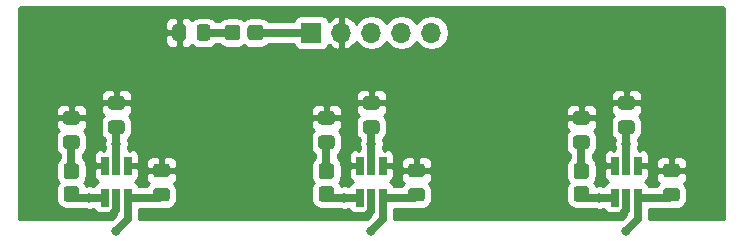
<source format=gbr>
%TF.GenerationSoftware,KiCad,Pcbnew,(5.1.6)-1*%
%TF.CreationDate,2021-04-07T17:59:20+02:00*%
%TF.ProjectId,touch_button_tester,746f7563-685f-4627-9574-746f6e5f7465,rev?*%
%TF.SameCoordinates,Original*%
%TF.FileFunction,Copper,L1,Top*%
%TF.FilePolarity,Positive*%
%FSLAX46Y46*%
G04 Gerber Fmt 4.6, Leading zero omitted, Abs format (unit mm)*
G04 Created by KiCad (PCBNEW (5.1.6)-1) date 2021-04-07 17:59:20*
%MOMM*%
%LPD*%
G01*
G04 APERTURE LIST*
%TA.AperFunction,ComponentPad*%
%ADD10R,1.700000X1.700000*%
%TD*%
%TA.AperFunction,ComponentPad*%
%ADD11O,1.700000X1.700000*%
%TD*%
%TA.AperFunction,SMDPad,CuDef*%
%ADD12R,0.650000X1.560000*%
%TD*%
%TA.AperFunction,ViaPad*%
%ADD13C,0.800000*%
%TD*%
%TA.AperFunction,Conductor*%
%ADD14C,0.635000*%
%TD*%
%TA.AperFunction,Conductor*%
%ADD15C,0.254000*%
%TD*%
G04 APERTURE END LIST*
%TO.P,C1,2*%
%TO.N,GND*%
%TA.AperFunction,SMDPad,CuDef*%
G36*
G01*
X84270001Y-88450000D02*
X83369999Y-88450000D01*
G75*
G02*
X83120000Y-88200001I0J249999D01*
G01*
X83120000Y-87549999D01*
G75*
G02*
X83369999Y-87300000I249999J0D01*
G01*
X84270001Y-87300000D01*
G75*
G02*
X84520000Y-87549999I0J-249999D01*
G01*
X84520000Y-88200001D01*
G75*
G02*
X84270001Y-88450000I-249999J0D01*
G01*
G37*
%TD.AperFunction*%
%TO.P,C1,1*%
%TO.N,Net-(C1-Pad1)*%
%TA.AperFunction,SMDPad,CuDef*%
G36*
G01*
X84270001Y-90500000D02*
X83369999Y-90500000D01*
G75*
G02*
X83120000Y-90250001I0J249999D01*
G01*
X83120000Y-89599999D01*
G75*
G02*
X83369999Y-89350000I249999J0D01*
G01*
X84270001Y-89350000D01*
G75*
G02*
X84520000Y-89599999I0J-249999D01*
G01*
X84520000Y-90250001D01*
G75*
G02*
X84270001Y-90500000I-249999J0D01*
G01*
G37*
%TD.AperFunction*%
%TD*%
%TO.P,C2,2*%
%TO.N,GND*%
%TA.AperFunction,SMDPad,CuDef*%
G36*
G01*
X105860001Y-88450000D02*
X104959999Y-88450000D01*
G75*
G02*
X104710000Y-88200001I0J249999D01*
G01*
X104710000Y-87549999D01*
G75*
G02*
X104959999Y-87300000I249999J0D01*
G01*
X105860001Y-87300000D01*
G75*
G02*
X106110000Y-87549999I0J-249999D01*
G01*
X106110000Y-88200001D01*
G75*
G02*
X105860001Y-88450000I-249999J0D01*
G01*
G37*
%TD.AperFunction*%
%TO.P,C2,1*%
%TO.N,Net-(C2-Pad1)*%
%TA.AperFunction,SMDPad,CuDef*%
G36*
G01*
X105860001Y-90500000D02*
X104959999Y-90500000D01*
G75*
G02*
X104710000Y-90250001I0J249999D01*
G01*
X104710000Y-89599999D01*
G75*
G02*
X104959999Y-89350000I249999J0D01*
G01*
X105860001Y-89350000D01*
G75*
G02*
X106110000Y-89599999I0J-249999D01*
G01*
X106110000Y-90250001D01*
G75*
G02*
X105860001Y-90500000I-249999J0D01*
G01*
G37*
%TD.AperFunction*%
%TD*%
%TO.P,C3,2*%
%TO.N,GND*%
%TA.AperFunction,SMDPad,CuDef*%
G36*
G01*
X127450001Y-88450000D02*
X126549999Y-88450000D01*
G75*
G02*
X126300000Y-88200001I0J249999D01*
G01*
X126300000Y-87549999D01*
G75*
G02*
X126549999Y-87300000I249999J0D01*
G01*
X127450001Y-87300000D01*
G75*
G02*
X127700000Y-87549999I0J-249999D01*
G01*
X127700000Y-88200001D01*
G75*
G02*
X127450001Y-88450000I-249999J0D01*
G01*
G37*
%TD.AperFunction*%
%TO.P,C3,1*%
%TO.N,Net-(C3-Pad1)*%
%TA.AperFunction,SMDPad,CuDef*%
G36*
G01*
X127450001Y-90500000D02*
X126549999Y-90500000D01*
G75*
G02*
X126300000Y-90250001I0J249999D01*
G01*
X126300000Y-89599999D01*
G75*
G02*
X126549999Y-89350000I249999J0D01*
G01*
X127450001Y-89350000D01*
G75*
G02*
X127700000Y-89599999I0J-249999D01*
G01*
X127700000Y-90250001D01*
G75*
G02*
X127450001Y-90500000I-249999J0D01*
G01*
G37*
%TD.AperFunction*%
%TD*%
%TO.P,C4,1*%
%TO.N,+5V*%
%TA.AperFunction,SMDPad,CuDef*%
G36*
G01*
X80460001Y-84785000D02*
X79559999Y-84785000D01*
G75*
G02*
X79310000Y-84535001I0J249999D01*
G01*
X79310000Y-83884999D01*
G75*
G02*
X79559999Y-83635000I249999J0D01*
G01*
X80460001Y-83635000D01*
G75*
G02*
X80710000Y-83884999I0J-249999D01*
G01*
X80710000Y-84535001D01*
G75*
G02*
X80460001Y-84785000I-249999J0D01*
G01*
G37*
%TD.AperFunction*%
%TO.P,C4,2*%
%TO.N,GND*%
%TA.AperFunction,SMDPad,CuDef*%
G36*
G01*
X80460001Y-82735000D02*
X79559999Y-82735000D01*
G75*
G02*
X79310000Y-82485001I0J249999D01*
G01*
X79310000Y-81834999D01*
G75*
G02*
X79559999Y-81585000I249999J0D01*
G01*
X80460001Y-81585000D01*
G75*
G02*
X80710000Y-81834999I0J-249999D01*
G01*
X80710000Y-82485001D01*
G75*
G02*
X80460001Y-82735000I-249999J0D01*
G01*
G37*
%TD.AperFunction*%
%TD*%
%TO.P,C5,1*%
%TO.N,+5V*%
%TA.AperFunction,SMDPad,CuDef*%
G36*
G01*
X102050001Y-84785000D02*
X101149999Y-84785000D01*
G75*
G02*
X100900000Y-84535001I0J249999D01*
G01*
X100900000Y-83884999D01*
G75*
G02*
X101149999Y-83635000I249999J0D01*
G01*
X102050001Y-83635000D01*
G75*
G02*
X102300000Y-83884999I0J-249999D01*
G01*
X102300000Y-84535001D01*
G75*
G02*
X102050001Y-84785000I-249999J0D01*
G01*
G37*
%TD.AperFunction*%
%TO.P,C5,2*%
%TO.N,GND*%
%TA.AperFunction,SMDPad,CuDef*%
G36*
G01*
X102050001Y-82735000D02*
X101149999Y-82735000D01*
G75*
G02*
X100900000Y-82485001I0J249999D01*
G01*
X100900000Y-81834999D01*
G75*
G02*
X101149999Y-81585000I249999J0D01*
G01*
X102050001Y-81585000D01*
G75*
G02*
X102300000Y-81834999I0J-249999D01*
G01*
X102300000Y-82485001D01*
G75*
G02*
X102050001Y-82735000I-249999J0D01*
G01*
G37*
%TD.AperFunction*%
%TD*%
%TO.P,C6,1*%
%TO.N,+5V*%
%TA.AperFunction,SMDPad,CuDef*%
G36*
G01*
X123640001Y-84785000D02*
X122739999Y-84785000D01*
G75*
G02*
X122490000Y-84535001I0J249999D01*
G01*
X122490000Y-83884999D01*
G75*
G02*
X122739999Y-83635000I249999J0D01*
G01*
X123640001Y-83635000D01*
G75*
G02*
X123890000Y-83884999I0J-249999D01*
G01*
X123890000Y-84535001D01*
G75*
G02*
X123640001Y-84785000I-249999J0D01*
G01*
G37*
%TD.AperFunction*%
%TO.P,C6,2*%
%TO.N,GND*%
%TA.AperFunction,SMDPad,CuDef*%
G36*
G01*
X123640001Y-82735000D02*
X122739999Y-82735000D01*
G75*
G02*
X122490000Y-82485001I0J249999D01*
G01*
X122490000Y-81834999D01*
G75*
G02*
X122739999Y-81585000I249999J0D01*
G01*
X123640001Y-81585000D01*
G75*
G02*
X123890000Y-81834999I0J-249999D01*
G01*
X123890000Y-82485001D01*
G75*
G02*
X123640001Y-82735000I-249999J0D01*
G01*
G37*
%TD.AperFunction*%
%TD*%
%TO.P,D1,2*%
%TO.N,t1*%
%TA.AperFunction,SMDPad,CuDef*%
G36*
G01*
X75800000Y-89200000D02*
X76600000Y-89200000D01*
G75*
G02*
X76850000Y-89450000I0J-250000D01*
G01*
X76850000Y-90275000D01*
G75*
G02*
X76600000Y-90525000I-250000J0D01*
G01*
X75800000Y-90525000D01*
G75*
G02*
X75550000Y-90275000I0J250000D01*
G01*
X75550000Y-89450000D01*
G75*
G02*
X75800000Y-89200000I250000J0D01*
G01*
G37*
%TD.AperFunction*%
%TO.P,D1,1*%
%TO.N,Net-(D1-Pad1)*%
%TA.AperFunction,SMDPad,CuDef*%
G36*
G01*
X75800000Y-87275000D02*
X76600000Y-87275000D01*
G75*
G02*
X76850000Y-87525000I0J-250000D01*
G01*
X76850000Y-88350000D01*
G75*
G02*
X76600000Y-88600000I-250000J0D01*
G01*
X75800000Y-88600000D01*
G75*
G02*
X75550000Y-88350000I0J250000D01*
G01*
X75550000Y-87525000D01*
G75*
G02*
X75800000Y-87275000I250000J0D01*
G01*
G37*
%TD.AperFunction*%
%TD*%
%TO.P,D2,1*%
%TO.N,Net-(D2-Pad1)*%
%TA.AperFunction,SMDPad,CuDef*%
G36*
G01*
X97390000Y-87275000D02*
X98190000Y-87275000D01*
G75*
G02*
X98440000Y-87525000I0J-250000D01*
G01*
X98440000Y-88350000D01*
G75*
G02*
X98190000Y-88600000I-250000J0D01*
G01*
X97390000Y-88600000D01*
G75*
G02*
X97140000Y-88350000I0J250000D01*
G01*
X97140000Y-87525000D01*
G75*
G02*
X97390000Y-87275000I250000J0D01*
G01*
G37*
%TD.AperFunction*%
%TO.P,D2,2*%
%TO.N,t2*%
%TA.AperFunction,SMDPad,CuDef*%
G36*
G01*
X97390000Y-89200000D02*
X98190000Y-89200000D01*
G75*
G02*
X98440000Y-89450000I0J-250000D01*
G01*
X98440000Y-90275000D01*
G75*
G02*
X98190000Y-90525000I-250000J0D01*
G01*
X97390000Y-90525000D01*
G75*
G02*
X97140000Y-90275000I0J250000D01*
G01*
X97140000Y-89450000D01*
G75*
G02*
X97390000Y-89200000I250000J0D01*
G01*
G37*
%TD.AperFunction*%
%TD*%
%TO.P,D3,2*%
%TO.N,t3*%
%TA.AperFunction,SMDPad,CuDef*%
G36*
G01*
X118980000Y-89200000D02*
X119780000Y-89200000D01*
G75*
G02*
X120030000Y-89450000I0J-250000D01*
G01*
X120030000Y-90275000D01*
G75*
G02*
X119780000Y-90525000I-250000J0D01*
G01*
X118980000Y-90525000D01*
G75*
G02*
X118730000Y-90275000I0J250000D01*
G01*
X118730000Y-89450000D01*
G75*
G02*
X118980000Y-89200000I250000J0D01*
G01*
G37*
%TD.AperFunction*%
%TO.P,D3,1*%
%TO.N,Net-(D3-Pad1)*%
%TA.AperFunction,SMDPad,CuDef*%
G36*
G01*
X118980000Y-87275000D02*
X119780000Y-87275000D01*
G75*
G02*
X120030000Y-87525000I0J-250000D01*
G01*
X120030000Y-88350000D01*
G75*
G02*
X119780000Y-88600000I-250000J0D01*
G01*
X118980000Y-88600000D01*
G75*
G02*
X118730000Y-88350000I0J250000D01*
G01*
X118730000Y-87525000D01*
G75*
G02*
X118980000Y-87275000I250000J0D01*
G01*
G37*
%TD.AperFunction*%
%TD*%
%TO.P,D4,1*%
%TO.N,Net-(D4-Pad1)*%
%TA.AperFunction,SMDPad,CuDef*%
G36*
G01*
X89180000Y-76600000D02*
X89180000Y-75800000D01*
G75*
G02*
X89430000Y-75550000I250000J0D01*
G01*
X90255000Y-75550000D01*
G75*
G02*
X90505000Y-75800000I0J-250000D01*
G01*
X90505000Y-76600000D01*
G75*
G02*
X90255000Y-76850000I-250000J0D01*
G01*
X89430000Y-76850000D01*
G75*
G02*
X89180000Y-76600000I0J250000D01*
G01*
G37*
%TD.AperFunction*%
%TO.P,D4,2*%
%TO.N,+5V*%
%TA.AperFunction,SMDPad,CuDef*%
G36*
G01*
X91105000Y-76600000D02*
X91105000Y-75800000D01*
G75*
G02*
X91355000Y-75550000I250000J0D01*
G01*
X92180000Y-75550000D01*
G75*
G02*
X92430000Y-75800000I0J-250000D01*
G01*
X92430000Y-76600000D01*
G75*
G02*
X92180000Y-76850000I-250000J0D01*
G01*
X91355000Y-76850000D01*
G75*
G02*
X91105000Y-76600000I0J250000D01*
G01*
G37*
%TD.AperFunction*%
%TD*%
D10*
%TO.P,J1,1*%
%TO.N,+5V*%
X96520000Y-76200000D03*
D11*
%TO.P,J1,2*%
%TO.N,GND*%
X99060000Y-76200000D03*
%TO.P,J1,3*%
%TO.N,t1*%
X101600000Y-76200000D03*
%TO.P,J1,4*%
%TO.N,t2*%
X104140000Y-76200000D03*
%TO.P,J1,5*%
%TO.N,t3*%
X106680000Y-76200000D03*
%TD*%
%TO.P,R1,2*%
%TO.N,GND*%
%TA.AperFunction,SMDPad,CuDef*%
G36*
G01*
X76650001Y-84005000D02*
X75749999Y-84005000D01*
G75*
G02*
X75500000Y-83755001I0J249999D01*
G01*
X75500000Y-83104999D01*
G75*
G02*
X75749999Y-82855000I249999J0D01*
G01*
X76650001Y-82855000D01*
G75*
G02*
X76900000Y-83104999I0J-249999D01*
G01*
X76900000Y-83755001D01*
G75*
G02*
X76650001Y-84005000I-249999J0D01*
G01*
G37*
%TD.AperFunction*%
%TO.P,R1,1*%
%TO.N,Net-(D1-Pad1)*%
%TA.AperFunction,SMDPad,CuDef*%
G36*
G01*
X76650001Y-86055000D02*
X75749999Y-86055000D01*
G75*
G02*
X75500000Y-85805001I0J249999D01*
G01*
X75500000Y-85154999D01*
G75*
G02*
X75749999Y-84905000I249999J0D01*
G01*
X76650001Y-84905000D01*
G75*
G02*
X76900000Y-85154999I0J-249999D01*
G01*
X76900000Y-85805001D01*
G75*
G02*
X76650001Y-86055000I-249999J0D01*
G01*
G37*
%TD.AperFunction*%
%TD*%
%TO.P,R2,1*%
%TO.N,Net-(D2-Pad1)*%
%TA.AperFunction,SMDPad,CuDef*%
G36*
G01*
X98240001Y-86055000D02*
X97339999Y-86055000D01*
G75*
G02*
X97090000Y-85805001I0J249999D01*
G01*
X97090000Y-85154999D01*
G75*
G02*
X97339999Y-84905000I249999J0D01*
G01*
X98240001Y-84905000D01*
G75*
G02*
X98490000Y-85154999I0J-249999D01*
G01*
X98490000Y-85805001D01*
G75*
G02*
X98240001Y-86055000I-249999J0D01*
G01*
G37*
%TD.AperFunction*%
%TO.P,R2,2*%
%TO.N,GND*%
%TA.AperFunction,SMDPad,CuDef*%
G36*
G01*
X98240001Y-84005000D02*
X97339999Y-84005000D01*
G75*
G02*
X97090000Y-83755001I0J249999D01*
G01*
X97090000Y-83104999D01*
G75*
G02*
X97339999Y-82855000I249999J0D01*
G01*
X98240001Y-82855000D01*
G75*
G02*
X98490000Y-83104999I0J-249999D01*
G01*
X98490000Y-83755001D01*
G75*
G02*
X98240001Y-84005000I-249999J0D01*
G01*
G37*
%TD.AperFunction*%
%TD*%
%TO.P,R3,2*%
%TO.N,GND*%
%TA.AperFunction,SMDPad,CuDef*%
G36*
G01*
X119830001Y-84005000D02*
X118929999Y-84005000D01*
G75*
G02*
X118680000Y-83755001I0J249999D01*
G01*
X118680000Y-83104999D01*
G75*
G02*
X118929999Y-82855000I249999J0D01*
G01*
X119830001Y-82855000D01*
G75*
G02*
X120080000Y-83104999I0J-249999D01*
G01*
X120080000Y-83755001D01*
G75*
G02*
X119830001Y-84005000I-249999J0D01*
G01*
G37*
%TD.AperFunction*%
%TO.P,R3,1*%
%TO.N,Net-(D3-Pad1)*%
%TA.AperFunction,SMDPad,CuDef*%
G36*
G01*
X119830001Y-86055000D02*
X118929999Y-86055000D01*
G75*
G02*
X118680000Y-85805001I0J249999D01*
G01*
X118680000Y-85154999D01*
G75*
G02*
X118929999Y-84905000I249999J0D01*
G01*
X119830001Y-84905000D01*
G75*
G02*
X120080000Y-85154999I0J-249999D01*
G01*
X120080000Y-85805001D01*
G75*
G02*
X119830001Y-86055000I-249999J0D01*
G01*
G37*
%TD.AperFunction*%
%TD*%
%TO.P,R4,1*%
%TO.N,Net-(D4-Pad1)*%
%TA.AperFunction,SMDPad,CuDef*%
G36*
G01*
X87960000Y-75749999D02*
X87960000Y-76650001D01*
G75*
G02*
X87710001Y-76900000I-249999J0D01*
G01*
X87059999Y-76900000D01*
G75*
G02*
X86810000Y-76650001I0J249999D01*
G01*
X86810000Y-75749999D01*
G75*
G02*
X87059999Y-75500000I249999J0D01*
G01*
X87710001Y-75500000D01*
G75*
G02*
X87960000Y-75749999I0J-249999D01*
G01*
G37*
%TD.AperFunction*%
%TO.P,R4,2*%
%TO.N,GND*%
%TA.AperFunction,SMDPad,CuDef*%
G36*
G01*
X85910000Y-75749999D02*
X85910000Y-76650001D01*
G75*
G02*
X85660001Y-76900000I-249999J0D01*
G01*
X85009999Y-76900000D01*
G75*
G02*
X84760000Y-76650001I0J249999D01*
G01*
X84760000Y-75749999D01*
G75*
G02*
X85009999Y-75500000I249999J0D01*
G01*
X85660001Y-75500000D01*
G75*
G02*
X85910000Y-75749999I0J-249999D01*
G01*
G37*
%TD.AperFunction*%
%TD*%
D12*
%TO.P,U4,1*%
%TO.N,t1*%
X79060000Y-90170000D03*
%TO.P,U4,2*%
%TO.N,GND*%
X80010000Y-90170000D03*
%TO.P,U4,3*%
%TO.N,Net-(C1-Pad1)*%
X80960000Y-90170000D03*
%TO.P,U4,4*%
%TO.N,GND*%
X80960000Y-87470000D03*
%TO.P,U4,6*%
X79060000Y-87470000D03*
%TO.P,U4,5*%
%TO.N,+5V*%
X80010000Y-87470000D03*
%TD*%
%TO.P,U5,5*%
%TO.N,+5V*%
X101600000Y-87470000D03*
%TO.P,U5,6*%
%TO.N,GND*%
X100650000Y-87470000D03*
%TO.P,U5,4*%
X102550000Y-87470000D03*
%TO.P,U5,3*%
%TO.N,Net-(C2-Pad1)*%
X102550000Y-90170000D03*
%TO.P,U5,2*%
%TO.N,GND*%
X101600000Y-90170000D03*
%TO.P,U5,1*%
%TO.N,t2*%
X100650000Y-90170000D03*
%TD*%
%TO.P,U6,1*%
%TO.N,t3*%
X122240000Y-90170000D03*
%TO.P,U6,2*%
%TO.N,GND*%
X123190000Y-90170000D03*
%TO.P,U6,3*%
%TO.N,Net-(C3-Pad1)*%
X124140000Y-90170000D03*
%TO.P,U6,4*%
%TO.N,GND*%
X124140000Y-87470000D03*
%TO.P,U6,6*%
X122240000Y-87470000D03*
%TO.P,U6,5*%
%TO.N,+5V*%
X123190000Y-87470000D03*
%TD*%
D13*
%TO.N,Net-(C1-Pad1)*%
X80010000Y-92964000D03*
%TO.N,Net-(C2-Pad1)*%
X101600000Y-92964000D03*
%TO.N,Net-(C3-Pad1)*%
X123190000Y-92964000D03*
%TO.N,+5V*%
X123190000Y-85598000D03*
X101600000Y-85598000D03*
X80010000Y-85598000D03*
%TO.N,t1*%
X77724000Y-90170000D03*
%TO.N,t2*%
X99314000Y-90170000D03*
%TO.N,t3*%
X120904000Y-90170000D03*
%TD*%
D14*
%TO.N,GND*%
X80010000Y-91256502D02*
X79572502Y-91694000D01*
X80010000Y-90170000D02*
X80010000Y-91256502D01*
X79572502Y-91694000D02*
X78486000Y-91694000D01*
X101600000Y-91336502D02*
X101242502Y-91694000D01*
X101600000Y-90250000D02*
X101600000Y-91336502D01*
X101242502Y-91694000D02*
X100330000Y-91694000D01*
X123190000Y-91256502D02*
X122752502Y-91694000D01*
X123190000Y-90170000D02*
X123190000Y-91256502D01*
X122752502Y-91694000D02*
X121666000Y-91694000D01*
X121666000Y-91694000D02*
X120396000Y-91694000D01*
X100330000Y-91694000D02*
X98806000Y-91694000D01*
X78486000Y-91694000D02*
X77216000Y-91694000D01*
%TO.N,Net-(C1-Pad1)*%
X80960000Y-90170000D02*
X80960000Y-92014000D01*
X80960000Y-92014000D02*
X80010000Y-92964000D01*
X83575000Y-90170000D02*
X83820000Y-89925000D01*
X80960000Y-90170000D02*
X83575000Y-90170000D01*
%TO.N,Net-(C2-Pad1)*%
X102550000Y-90250000D02*
X102550000Y-92014000D01*
X102550000Y-92014000D02*
X101600000Y-92964000D01*
X105165000Y-90170000D02*
X105410000Y-89925000D01*
X102550000Y-90170000D02*
X105165000Y-90170000D01*
%TO.N,Net-(C3-Pad1)*%
X124140000Y-90170000D02*
X124140000Y-92014000D01*
X124140000Y-92014000D02*
X123190000Y-92964000D01*
X126755000Y-90170000D02*
X127000000Y-89925000D01*
X124140000Y-90170000D02*
X126755000Y-90170000D01*
%TO.N,+5V*%
X123190000Y-85598000D02*
X123190000Y-84210000D01*
X123190000Y-87470000D02*
X123190000Y-85598000D01*
X101600000Y-85598000D02*
X101600000Y-84210000D01*
X101600000Y-87550000D02*
X101600000Y-85598000D01*
X80010000Y-85598000D02*
X80010000Y-87470000D01*
X80010000Y-84210000D02*
X80010000Y-85598000D01*
X96520000Y-76200000D02*
X91767500Y-76200000D01*
%TO.N,t1*%
X76507500Y-90170000D02*
X76200000Y-89862500D01*
X77724000Y-90170000D02*
X76507500Y-90170000D01*
X79060000Y-90170000D02*
X77724000Y-90170000D01*
%TO.N,Net-(D1-Pad1)*%
X76200000Y-85480000D02*
X76200000Y-87937500D01*
%TO.N,Net-(D2-Pad1)*%
X97790000Y-87937500D02*
X97790000Y-85480000D01*
%TO.N,t2*%
X98097500Y-90170000D02*
X97790000Y-89862500D01*
X99314000Y-90170000D02*
X98097500Y-90170000D01*
X100650000Y-90170000D02*
X99314000Y-90170000D01*
%TO.N,t3*%
X119687500Y-90170000D02*
X119380000Y-89862500D01*
X120904000Y-90170000D02*
X119687500Y-90170000D01*
X122240000Y-90170000D02*
X120904000Y-90170000D01*
%TO.N,Net-(D3-Pad1)*%
X119380000Y-85480000D02*
X119380000Y-87937500D01*
%TO.N,Net-(D4-Pad1)*%
X89842500Y-76200000D02*
X87385000Y-76200000D01*
%TD*%
D15*
%TO.N,GND*%
G36*
X131337197Y-74071047D02*
G01*
X131355662Y-74076622D01*
X131372694Y-74085678D01*
X131387643Y-74097870D01*
X131399938Y-74112732D01*
X131409111Y-74129696D01*
X131414817Y-74148129D01*
X131420001Y-74197455D01*
X131420001Y-91948000D01*
X125092500Y-91948000D01*
X125092500Y-91122500D01*
X126391894Y-91122500D01*
X126549999Y-91138072D01*
X127450001Y-91138072D01*
X127623255Y-91121008D01*
X127789851Y-91070472D01*
X127943387Y-90988405D01*
X128077962Y-90877962D01*
X128188405Y-90743387D01*
X128270472Y-90589851D01*
X128321008Y-90423255D01*
X128338072Y-90250001D01*
X128338072Y-89599999D01*
X128321008Y-89426745D01*
X128270472Y-89260149D01*
X128188405Y-89106613D01*
X128077962Y-88972038D01*
X128071406Y-88966658D01*
X128151185Y-88901185D01*
X128230537Y-88804494D01*
X128289502Y-88694180D01*
X128325812Y-88574482D01*
X128338072Y-88450000D01*
X128335000Y-88160750D01*
X128176250Y-88002000D01*
X127127000Y-88002000D01*
X127127000Y-88022000D01*
X126873000Y-88022000D01*
X126873000Y-88002000D01*
X125823750Y-88002000D01*
X125665000Y-88160750D01*
X125661928Y-88450000D01*
X125674188Y-88574482D01*
X125710498Y-88694180D01*
X125769463Y-88804494D01*
X125848815Y-88901185D01*
X125928594Y-88966658D01*
X125922038Y-88972038D01*
X125811595Y-89106613D01*
X125752324Y-89217500D01*
X125076246Y-89217500D01*
X125054502Y-89145820D01*
X124995537Y-89035506D01*
X124916185Y-88938815D01*
X124819494Y-88859463D01*
X124745665Y-88820000D01*
X124819494Y-88780537D01*
X124916185Y-88701185D01*
X124995537Y-88604494D01*
X125054502Y-88494180D01*
X125090812Y-88374482D01*
X125103072Y-88250000D01*
X125100000Y-87755750D01*
X124941250Y-87597000D01*
X124267000Y-87597000D01*
X124267000Y-87617000D01*
X124153072Y-87617000D01*
X124153072Y-87323000D01*
X124267000Y-87323000D01*
X124267000Y-87343000D01*
X124941250Y-87343000D01*
X124984250Y-87300000D01*
X125661928Y-87300000D01*
X125665000Y-87589250D01*
X125823750Y-87748000D01*
X126873000Y-87748000D01*
X126873000Y-86823750D01*
X127127000Y-86823750D01*
X127127000Y-87748000D01*
X128176250Y-87748000D01*
X128335000Y-87589250D01*
X128338072Y-87300000D01*
X128325812Y-87175518D01*
X128289502Y-87055820D01*
X128230537Y-86945506D01*
X128151185Y-86848815D01*
X128054494Y-86769463D01*
X127944180Y-86710498D01*
X127824482Y-86674188D01*
X127700000Y-86661928D01*
X127285750Y-86665000D01*
X127127000Y-86823750D01*
X126873000Y-86823750D01*
X126714250Y-86665000D01*
X126300000Y-86661928D01*
X126175518Y-86674188D01*
X126055820Y-86710498D01*
X125945506Y-86769463D01*
X125848815Y-86848815D01*
X125769463Y-86945506D01*
X125710498Y-87055820D01*
X125674188Y-87175518D01*
X125661928Y-87300000D01*
X124984250Y-87300000D01*
X125100000Y-87184250D01*
X125103072Y-86690000D01*
X125090812Y-86565518D01*
X125054502Y-86445820D01*
X124995537Y-86335506D01*
X124916185Y-86238815D01*
X124819494Y-86159463D01*
X124709180Y-86100498D01*
X124589482Y-86064188D01*
X124465000Y-86051928D01*
X124425750Y-86055000D01*
X124267002Y-86213748D01*
X124267002Y-86055000D01*
X124142500Y-86055000D01*
X124142500Y-86003047D01*
X124185226Y-85899898D01*
X124225000Y-85699939D01*
X124225000Y-85496061D01*
X124185226Y-85296102D01*
X124165058Y-85247413D01*
X124267962Y-85162962D01*
X124378405Y-85028387D01*
X124460472Y-84874851D01*
X124511008Y-84708255D01*
X124528072Y-84535001D01*
X124528072Y-83884999D01*
X124511008Y-83711745D01*
X124460472Y-83545149D01*
X124378405Y-83391613D01*
X124267962Y-83257038D01*
X124261406Y-83251658D01*
X124341185Y-83186185D01*
X124420537Y-83089494D01*
X124479502Y-82979180D01*
X124515812Y-82859482D01*
X124528072Y-82735000D01*
X124525000Y-82445750D01*
X124366250Y-82287000D01*
X123317000Y-82287000D01*
X123317000Y-82307000D01*
X123063000Y-82307000D01*
X123063000Y-82287000D01*
X122013750Y-82287000D01*
X121855000Y-82445750D01*
X121851928Y-82735000D01*
X121864188Y-82859482D01*
X121900498Y-82979180D01*
X121959463Y-83089494D01*
X122038815Y-83186185D01*
X122118594Y-83251658D01*
X122112038Y-83257038D01*
X122001595Y-83391613D01*
X121919528Y-83545149D01*
X121868992Y-83711745D01*
X121851928Y-83884999D01*
X121851928Y-84535001D01*
X121868992Y-84708255D01*
X121919528Y-84874851D01*
X122001595Y-85028387D01*
X122112038Y-85162962D01*
X122214942Y-85247413D01*
X122194774Y-85296102D01*
X122155000Y-85496061D01*
X122155000Y-85699939D01*
X122194774Y-85899898D01*
X122237501Y-86003049D01*
X122237501Y-86055000D01*
X122112998Y-86055000D01*
X122112998Y-86213748D01*
X121954250Y-86055000D01*
X121915000Y-86051928D01*
X121790518Y-86064188D01*
X121670820Y-86100498D01*
X121560506Y-86159463D01*
X121463815Y-86238815D01*
X121384463Y-86335506D01*
X121325498Y-86445820D01*
X121289188Y-86565518D01*
X121276928Y-86690000D01*
X121280000Y-87184250D01*
X121438750Y-87343000D01*
X122113000Y-87343000D01*
X122113000Y-87323000D01*
X122226928Y-87323000D01*
X122226928Y-87617000D01*
X122113000Y-87617000D01*
X122113000Y-87597000D01*
X121438750Y-87597000D01*
X121280000Y-87755750D01*
X121276928Y-88250000D01*
X121289188Y-88374482D01*
X121325498Y-88494180D01*
X121384463Y-88604494D01*
X121463815Y-88701185D01*
X121560506Y-88780537D01*
X121634335Y-88820000D01*
X121560506Y-88859463D01*
X121463815Y-88938815D01*
X121384463Y-89035506D01*
X121325498Y-89145820D01*
X121304345Y-89215552D01*
X121205898Y-89174774D01*
X121005939Y-89135000D01*
X120802061Y-89135000D01*
X120619053Y-89171402D01*
X120600472Y-89110150D01*
X120518405Y-88956614D01*
X120471943Y-88900000D01*
X120518405Y-88843386D01*
X120600472Y-88689850D01*
X120651008Y-88523254D01*
X120668072Y-88350000D01*
X120668072Y-87525000D01*
X120651008Y-87351746D01*
X120600472Y-87185150D01*
X120518405Y-87031614D01*
X120407962Y-86897038D01*
X120332500Y-86835108D01*
X120332500Y-86535926D01*
X120457962Y-86432962D01*
X120568405Y-86298387D01*
X120650472Y-86144851D01*
X120701008Y-85978255D01*
X120718072Y-85805001D01*
X120718072Y-85154999D01*
X120701008Y-84981745D01*
X120650472Y-84815149D01*
X120568405Y-84661613D01*
X120457962Y-84527038D01*
X120451406Y-84521658D01*
X120531185Y-84456185D01*
X120610537Y-84359494D01*
X120669502Y-84249180D01*
X120705812Y-84129482D01*
X120718072Y-84005000D01*
X120715000Y-83715750D01*
X120556250Y-83557000D01*
X119507000Y-83557000D01*
X119507000Y-83577000D01*
X119253000Y-83577000D01*
X119253000Y-83557000D01*
X118203750Y-83557000D01*
X118045000Y-83715750D01*
X118041928Y-84005000D01*
X118054188Y-84129482D01*
X118090498Y-84249180D01*
X118149463Y-84359494D01*
X118228815Y-84456185D01*
X118308594Y-84521658D01*
X118302038Y-84527038D01*
X118191595Y-84661613D01*
X118109528Y-84815149D01*
X118058992Y-84981745D01*
X118041928Y-85154999D01*
X118041928Y-85805001D01*
X118058992Y-85978255D01*
X118109528Y-86144851D01*
X118191595Y-86298387D01*
X118302038Y-86432962D01*
X118427500Y-86535926D01*
X118427501Y-86835108D01*
X118352038Y-86897038D01*
X118241595Y-87031614D01*
X118159528Y-87185150D01*
X118108992Y-87351746D01*
X118091928Y-87525000D01*
X118091928Y-88350000D01*
X118108992Y-88523254D01*
X118159528Y-88689850D01*
X118241595Y-88843386D01*
X118288057Y-88900000D01*
X118241595Y-88956614D01*
X118159528Y-89110150D01*
X118108992Y-89276746D01*
X118091928Y-89450000D01*
X118091928Y-90275000D01*
X118108992Y-90448254D01*
X118159528Y-90614850D01*
X118241595Y-90768386D01*
X118352038Y-90902962D01*
X118486614Y-91013405D01*
X118640150Y-91095472D01*
X118806746Y-91146008D01*
X118980000Y-91163072D01*
X119780000Y-91163072D01*
X119953254Y-91146008D01*
X120030750Y-91122500D01*
X120498953Y-91122500D01*
X120602102Y-91165226D01*
X120802061Y-91205000D01*
X121005939Y-91205000D01*
X121205898Y-91165226D01*
X121304345Y-91124448D01*
X121325498Y-91194180D01*
X121384463Y-91304494D01*
X121463815Y-91401185D01*
X121560506Y-91480537D01*
X121670820Y-91539502D01*
X121790518Y-91575812D01*
X121915000Y-91588072D01*
X122565000Y-91588072D01*
X122689482Y-91575812D01*
X122715000Y-91568071D01*
X122740518Y-91575812D01*
X122865000Y-91588072D01*
X122904250Y-91585000D01*
X123062998Y-91426252D01*
X123062998Y-91585000D01*
X123187501Y-91585000D01*
X123187501Y-91619461D01*
X122858962Y-91948000D01*
X103502500Y-91948000D01*
X103502500Y-91122500D01*
X104801894Y-91122500D01*
X104959999Y-91138072D01*
X105860001Y-91138072D01*
X106033255Y-91121008D01*
X106199851Y-91070472D01*
X106353387Y-90988405D01*
X106487962Y-90877962D01*
X106598405Y-90743387D01*
X106680472Y-90589851D01*
X106731008Y-90423255D01*
X106748072Y-90250001D01*
X106748072Y-89599999D01*
X106731008Y-89426745D01*
X106680472Y-89260149D01*
X106598405Y-89106613D01*
X106487962Y-88972038D01*
X106481406Y-88966658D01*
X106561185Y-88901185D01*
X106640537Y-88804494D01*
X106699502Y-88694180D01*
X106735812Y-88574482D01*
X106748072Y-88450000D01*
X106745000Y-88160750D01*
X106586250Y-88002000D01*
X105537000Y-88002000D01*
X105537000Y-88022000D01*
X105283000Y-88022000D01*
X105283000Y-88002000D01*
X104233750Y-88002000D01*
X104075000Y-88160750D01*
X104071928Y-88450000D01*
X104084188Y-88574482D01*
X104120498Y-88694180D01*
X104179463Y-88804494D01*
X104258815Y-88901185D01*
X104338594Y-88966658D01*
X104332038Y-88972038D01*
X104221595Y-89106613D01*
X104162324Y-89217500D01*
X103486246Y-89217500D01*
X103464502Y-89145820D01*
X103405537Y-89035506D01*
X103326185Y-88938815D01*
X103229494Y-88859463D01*
X103155665Y-88820000D01*
X103229494Y-88780537D01*
X103326185Y-88701185D01*
X103405537Y-88604494D01*
X103464502Y-88494180D01*
X103500812Y-88374482D01*
X103513072Y-88250000D01*
X103510000Y-87755750D01*
X103351250Y-87597000D01*
X102677000Y-87597000D01*
X102677000Y-87617000D01*
X102563072Y-87617000D01*
X102563072Y-87323000D01*
X102677000Y-87323000D01*
X102677000Y-87343000D01*
X103351250Y-87343000D01*
X103394250Y-87300000D01*
X104071928Y-87300000D01*
X104075000Y-87589250D01*
X104233750Y-87748000D01*
X105283000Y-87748000D01*
X105283000Y-86823750D01*
X105537000Y-86823750D01*
X105537000Y-87748000D01*
X106586250Y-87748000D01*
X106745000Y-87589250D01*
X106748072Y-87300000D01*
X106735812Y-87175518D01*
X106699502Y-87055820D01*
X106640537Y-86945506D01*
X106561185Y-86848815D01*
X106464494Y-86769463D01*
X106354180Y-86710498D01*
X106234482Y-86674188D01*
X106110000Y-86661928D01*
X105695750Y-86665000D01*
X105537000Y-86823750D01*
X105283000Y-86823750D01*
X105124250Y-86665000D01*
X104710000Y-86661928D01*
X104585518Y-86674188D01*
X104465820Y-86710498D01*
X104355506Y-86769463D01*
X104258815Y-86848815D01*
X104179463Y-86945506D01*
X104120498Y-87055820D01*
X104084188Y-87175518D01*
X104071928Y-87300000D01*
X103394250Y-87300000D01*
X103510000Y-87184250D01*
X103513072Y-86690000D01*
X103500812Y-86565518D01*
X103464502Y-86445820D01*
X103405537Y-86335506D01*
X103326185Y-86238815D01*
X103229494Y-86159463D01*
X103119180Y-86100498D01*
X102999482Y-86064188D01*
X102875000Y-86051928D01*
X102835750Y-86055000D01*
X102677002Y-86213748D01*
X102677002Y-86055000D01*
X102552500Y-86055000D01*
X102552500Y-86003047D01*
X102595226Y-85899898D01*
X102635000Y-85699939D01*
X102635000Y-85496061D01*
X102595226Y-85296102D01*
X102575058Y-85247413D01*
X102677962Y-85162962D01*
X102788405Y-85028387D01*
X102870472Y-84874851D01*
X102921008Y-84708255D01*
X102938072Y-84535001D01*
X102938072Y-83884999D01*
X102921008Y-83711745D01*
X102870472Y-83545149D01*
X102788405Y-83391613D01*
X102677962Y-83257038D01*
X102671406Y-83251658D01*
X102751185Y-83186185D01*
X102830537Y-83089494D01*
X102889502Y-82979180D01*
X102925812Y-82859482D01*
X102926253Y-82855000D01*
X118041928Y-82855000D01*
X118045000Y-83144250D01*
X118203750Y-83303000D01*
X119253000Y-83303000D01*
X119253000Y-82378750D01*
X119507000Y-82378750D01*
X119507000Y-83303000D01*
X120556250Y-83303000D01*
X120715000Y-83144250D01*
X120718072Y-82855000D01*
X120705812Y-82730518D01*
X120669502Y-82610820D01*
X120610537Y-82500506D01*
X120531185Y-82403815D01*
X120434494Y-82324463D01*
X120324180Y-82265498D01*
X120204482Y-82229188D01*
X120080000Y-82216928D01*
X119665750Y-82220000D01*
X119507000Y-82378750D01*
X119253000Y-82378750D01*
X119094250Y-82220000D01*
X118680000Y-82216928D01*
X118555518Y-82229188D01*
X118435820Y-82265498D01*
X118325506Y-82324463D01*
X118228815Y-82403815D01*
X118149463Y-82500506D01*
X118090498Y-82610820D01*
X118054188Y-82730518D01*
X118041928Y-82855000D01*
X102926253Y-82855000D01*
X102938072Y-82735000D01*
X102935000Y-82445750D01*
X102776250Y-82287000D01*
X101727000Y-82287000D01*
X101727000Y-82307000D01*
X101473000Y-82307000D01*
X101473000Y-82287000D01*
X100423750Y-82287000D01*
X100265000Y-82445750D01*
X100261928Y-82735000D01*
X100274188Y-82859482D01*
X100310498Y-82979180D01*
X100369463Y-83089494D01*
X100448815Y-83186185D01*
X100528594Y-83251658D01*
X100522038Y-83257038D01*
X100411595Y-83391613D01*
X100329528Y-83545149D01*
X100278992Y-83711745D01*
X100261928Y-83884999D01*
X100261928Y-84535001D01*
X100278992Y-84708255D01*
X100329528Y-84874851D01*
X100411595Y-85028387D01*
X100522038Y-85162962D01*
X100624942Y-85247413D01*
X100604774Y-85296102D01*
X100565000Y-85496061D01*
X100565000Y-85699939D01*
X100604774Y-85899898D01*
X100647501Y-86003049D01*
X100647501Y-86055000D01*
X100522998Y-86055000D01*
X100522998Y-86213748D01*
X100364250Y-86055000D01*
X100325000Y-86051928D01*
X100200518Y-86064188D01*
X100080820Y-86100498D01*
X99970506Y-86159463D01*
X99873815Y-86238815D01*
X99794463Y-86335506D01*
X99735498Y-86445820D01*
X99699188Y-86565518D01*
X99686928Y-86690000D01*
X99690000Y-87184250D01*
X99848750Y-87343000D01*
X100523000Y-87343000D01*
X100523000Y-87323000D01*
X100636928Y-87323000D01*
X100636928Y-87617000D01*
X100523000Y-87617000D01*
X100523000Y-87597000D01*
X99848750Y-87597000D01*
X99690000Y-87755750D01*
X99686928Y-88250000D01*
X99699188Y-88374482D01*
X99735498Y-88494180D01*
X99794463Y-88604494D01*
X99873815Y-88701185D01*
X99970506Y-88780537D01*
X100044335Y-88820000D01*
X99970506Y-88859463D01*
X99873815Y-88938815D01*
X99794463Y-89035506D01*
X99735498Y-89145820D01*
X99714345Y-89215552D01*
X99615898Y-89174774D01*
X99415939Y-89135000D01*
X99212061Y-89135000D01*
X99029053Y-89171402D01*
X99010472Y-89110150D01*
X98928405Y-88956614D01*
X98881943Y-88900000D01*
X98928405Y-88843386D01*
X99010472Y-88689850D01*
X99061008Y-88523254D01*
X99078072Y-88350000D01*
X99078072Y-87525000D01*
X99061008Y-87351746D01*
X99010472Y-87185150D01*
X98928405Y-87031614D01*
X98817962Y-86897038D01*
X98742500Y-86835108D01*
X98742500Y-86535926D01*
X98867962Y-86432962D01*
X98978405Y-86298387D01*
X99060472Y-86144851D01*
X99111008Y-85978255D01*
X99128072Y-85805001D01*
X99128072Y-85154999D01*
X99111008Y-84981745D01*
X99060472Y-84815149D01*
X98978405Y-84661613D01*
X98867962Y-84527038D01*
X98861406Y-84521658D01*
X98941185Y-84456185D01*
X99020537Y-84359494D01*
X99079502Y-84249180D01*
X99115812Y-84129482D01*
X99128072Y-84005000D01*
X99125000Y-83715750D01*
X98966250Y-83557000D01*
X97917000Y-83557000D01*
X97917000Y-83577000D01*
X97663000Y-83577000D01*
X97663000Y-83557000D01*
X96613750Y-83557000D01*
X96455000Y-83715750D01*
X96451928Y-84005000D01*
X96464188Y-84129482D01*
X96500498Y-84249180D01*
X96559463Y-84359494D01*
X96638815Y-84456185D01*
X96718594Y-84521658D01*
X96712038Y-84527038D01*
X96601595Y-84661613D01*
X96519528Y-84815149D01*
X96468992Y-84981745D01*
X96451928Y-85154999D01*
X96451928Y-85805001D01*
X96468992Y-85978255D01*
X96519528Y-86144851D01*
X96601595Y-86298387D01*
X96712038Y-86432962D01*
X96837501Y-86535927D01*
X96837500Y-86835108D01*
X96762038Y-86897038D01*
X96651595Y-87031614D01*
X96569528Y-87185150D01*
X96518992Y-87351746D01*
X96501928Y-87525000D01*
X96501928Y-88350000D01*
X96518992Y-88523254D01*
X96569528Y-88689850D01*
X96651595Y-88843386D01*
X96698057Y-88900000D01*
X96651595Y-88956614D01*
X96569528Y-89110150D01*
X96518992Y-89276746D01*
X96501928Y-89450000D01*
X96501928Y-90275000D01*
X96518992Y-90448254D01*
X96569528Y-90614850D01*
X96651595Y-90768386D01*
X96762038Y-90902962D01*
X96896614Y-91013405D01*
X97050150Y-91095472D01*
X97216746Y-91146008D01*
X97390000Y-91163072D01*
X98190000Y-91163072D01*
X98363254Y-91146008D01*
X98440750Y-91122500D01*
X98908953Y-91122500D01*
X99012102Y-91165226D01*
X99212061Y-91205000D01*
X99415939Y-91205000D01*
X99615898Y-91165226D01*
X99714345Y-91124448D01*
X99735498Y-91194180D01*
X99794463Y-91304494D01*
X99873815Y-91401185D01*
X99970506Y-91480537D01*
X100080820Y-91539502D01*
X100200518Y-91575812D01*
X100325000Y-91588072D01*
X100975000Y-91588072D01*
X101099482Y-91575812D01*
X101125000Y-91568071D01*
X101150518Y-91575812D01*
X101275000Y-91588072D01*
X101314250Y-91585000D01*
X101472998Y-91426252D01*
X101472998Y-91585000D01*
X101597501Y-91585000D01*
X101597501Y-91619461D01*
X101268962Y-91948000D01*
X81912500Y-91948000D01*
X81912500Y-91122500D01*
X83211894Y-91122500D01*
X83369999Y-91138072D01*
X84270001Y-91138072D01*
X84443255Y-91121008D01*
X84609851Y-91070472D01*
X84763387Y-90988405D01*
X84897962Y-90877962D01*
X85008405Y-90743387D01*
X85090472Y-90589851D01*
X85141008Y-90423255D01*
X85158072Y-90250001D01*
X85158072Y-89599999D01*
X85141008Y-89426745D01*
X85090472Y-89260149D01*
X85008405Y-89106613D01*
X84897962Y-88972038D01*
X84891406Y-88966658D01*
X84971185Y-88901185D01*
X85050537Y-88804494D01*
X85109502Y-88694180D01*
X85145812Y-88574482D01*
X85158072Y-88450000D01*
X85155000Y-88160750D01*
X84996250Y-88002000D01*
X83947000Y-88002000D01*
X83947000Y-88022000D01*
X83693000Y-88022000D01*
X83693000Y-88002000D01*
X82643750Y-88002000D01*
X82485000Y-88160750D01*
X82481928Y-88450000D01*
X82494188Y-88574482D01*
X82530498Y-88694180D01*
X82589463Y-88804494D01*
X82668815Y-88901185D01*
X82748594Y-88966658D01*
X82742038Y-88972038D01*
X82631595Y-89106613D01*
X82572324Y-89217500D01*
X81896246Y-89217500D01*
X81874502Y-89145820D01*
X81815537Y-89035506D01*
X81736185Y-88938815D01*
X81639494Y-88859463D01*
X81565665Y-88820000D01*
X81639494Y-88780537D01*
X81736185Y-88701185D01*
X81815537Y-88604494D01*
X81874502Y-88494180D01*
X81910812Y-88374482D01*
X81923072Y-88250000D01*
X81920000Y-87755750D01*
X81761250Y-87597000D01*
X81087000Y-87597000D01*
X81087000Y-87617000D01*
X80973072Y-87617000D01*
X80973072Y-87323000D01*
X81087000Y-87323000D01*
X81087000Y-87343000D01*
X81761250Y-87343000D01*
X81804250Y-87300000D01*
X82481928Y-87300000D01*
X82485000Y-87589250D01*
X82643750Y-87748000D01*
X83693000Y-87748000D01*
X83693000Y-86823750D01*
X83947000Y-86823750D01*
X83947000Y-87748000D01*
X84996250Y-87748000D01*
X85155000Y-87589250D01*
X85158072Y-87300000D01*
X85145812Y-87175518D01*
X85109502Y-87055820D01*
X85050537Y-86945506D01*
X84971185Y-86848815D01*
X84874494Y-86769463D01*
X84764180Y-86710498D01*
X84644482Y-86674188D01*
X84520000Y-86661928D01*
X84105750Y-86665000D01*
X83947000Y-86823750D01*
X83693000Y-86823750D01*
X83534250Y-86665000D01*
X83120000Y-86661928D01*
X82995518Y-86674188D01*
X82875820Y-86710498D01*
X82765506Y-86769463D01*
X82668815Y-86848815D01*
X82589463Y-86945506D01*
X82530498Y-87055820D01*
X82494188Y-87175518D01*
X82481928Y-87300000D01*
X81804250Y-87300000D01*
X81920000Y-87184250D01*
X81923072Y-86690000D01*
X81910812Y-86565518D01*
X81874502Y-86445820D01*
X81815537Y-86335506D01*
X81736185Y-86238815D01*
X81639494Y-86159463D01*
X81529180Y-86100498D01*
X81409482Y-86064188D01*
X81285000Y-86051928D01*
X81245750Y-86055000D01*
X81087002Y-86213748D01*
X81087002Y-86055000D01*
X80962500Y-86055000D01*
X80962500Y-86003047D01*
X81005226Y-85899898D01*
X81045000Y-85699939D01*
X81045000Y-85496061D01*
X81005226Y-85296102D01*
X80985058Y-85247413D01*
X81087962Y-85162962D01*
X81198405Y-85028387D01*
X81280472Y-84874851D01*
X81331008Y-84708255D01*
X81348072Y-84535001D01*
X81348072Y-83884999D01*
X81331008Y-83711745D01*
X81280472Y-83545149D01*
X81198405Y-83391613D01*
X81087962Y-83257038D01*
X81081406Y-83251658D01*
X81161185Y-83186185D01*
X81240537Y-83089494D01*
X81299502Y-82979180D01*
X81335812Y-82859482D01*
X81336253Y-82855000D01*
X96451928Y-82855000D01*
X96455000Y-83144250D01*
X96613750Y-83303000D01*
X97663000Y-83303000D01*
X97663000Y-82378750D01*
X97917000Y-82378750D01*
X97917000Y-83303000D01*
X98966250Y-83303000D01*
X99125000Y-83144250D01*
X99128072Y-82855000D01*
X99115812Y-82730518D01*
X99079502Y-82610820D01*
X99020537Y-82500506D01*
X98941185Y-82403815D01*
X98844494Y-82324463D01*
X98734180Y-82265498D01*
X98614482Y-82229188D01*
X98490000Y-82216928D01*
X98075750Y-82220000D01*
X97917000Y-82378750D01*
X97663000Y-82378750D01*
X97504250Y-82220000D01*
X97090000Y-82216928D01*
X96965518Y-82229188D01*
X96845820Y-82265498D01*
X96735506Y-82324463D01*
X96638815Y-82403815D01*
X96559463Y-82500506D01*
X96500498Y-82610820D01*
X96464188Y-82730518D01*
X96451928Y-82855000D01*
X81336253Y-82855000D01*
X81348072Y-82735000D01*
X81345000Y-82445750D01*
X81186250Y-82287000D01*
X80137000Y-82287000D01*
X80137000Y-82307000D01*
X79883000Y-82307000D01*
X79883000Y-82287000D01*
X78833750Y-82287000D01*
X78675000Y-82445750D01*
X78671928Y-82735000D01*
X78684188Y-82859482D01*
X78720498Y-82979180D01*
X78779463Y-83089494D01*
X78858815Y-83186185D01*
X78938594Y-83251658D01*
X78932038Y-83257038D01*
X78821595Y-83391613D01*
X78739528Y-83545149D01*
X78688992Y-83711745D01*
X78671928Y-83884999D01*
X78671928Y-84535001D01*
X78688992Y-84708255D01*
X78739528Y-84874851D01*
X78821595Y-85028387D01*
X78932038Y-85162962D01*
X79034942Y-85247413D01*
X79014774Y-85296102D01*
X78975000Y-85496061D01*
X78975000Y-85699939D01*
X79014774Y-85899898D01*
X79057500Y-86003048D01*
X79057500Y-86055000D01*
X78932998Y-86055000D01*
X78932998Y-86213748D01*
X78774250Y-86055000D01*
X78735000Y-86051928D01*
X78610518Y-86064188D01*
X78490820Y-86100498D01*
X78380506Y-86159463D01*
X78283815Y-86238815D01*
X78204463Y-86335506D01*
X78145498Y-86445820D01*
X78109188Y-86565518D01*
X78096928Y-86690000D01*
X78100000Y-87184250D01*
X78258750Y-87343000D01*
X78933000Y-87343000D01*
X78933000Y-87323000D01*
X79046928Y-87323000D01*
X79046928Y-87617000D01*
X78933000Y-87617000D01*
X78933000Y-87597000D01*
X78258750Y-87597000D01*
X78100000Y-87755750D01*
X78096928Y-88250000D01*
X78109188Y-88374482D01*
X78145498Y-88494180D01*
X78204463Y-88604494D01*
X78283815Y-88701185D01*
X78380506Y-88780537D01*
X78454335Y-88820000D01*
X78380506Y-88859463D01*
X78283815Y-88938815D01*
X78204463Y-89035506D01*
X78145498Y-89145820D01*
X78124345Y-89215552D01*
X78025898Y-89174774D01*
X77825939Y-89135000D01*
X77622061Y-89135000D01*
X77439053Y-89171402D01*
X77420472Y-89110150D01*
X77338405Y-88956614D01*
X77291943Y-88900000D01*
X77338405Y-88843386D01*
X77420472Y-88689850D01*
X77471008Y-88523254D01*
X77488072Y-88350000D01*
X77488072Y-87525000D01*
X77471008Y-87351746D01*
X77420472Y-87185150D01*
X77338405Y-87031614D01*
X77227962Y-86897038D01*
X77152500Y-86835108D01*
X77152500Y-86535926D01*
X77277962Y-86432962D01*
X77388405Y-86298387D01*
X77470472Y-86144851D01*
X77521008Y-85978255D01*
X77538072Y-85805001D01*
X77538072Y-85154999D01*
X77521008Y-84981745D01*
X77470472Y-84815149D01*
X77388405Y-84661613D01*
X77277962Y-84527038D01*
X77271406Y-84521658D01*
X77351185Y-84456185D01*
X77430537Y-84359494D01*
X77489502Y-84249180D01*
X77525812Y-84129482D01*
X77538072Y-84005000D01*
X77535000Y-83715750D01*
X77376250Y-83557000D01*
X76327000Y-83557000D01*
X76327000Y-83577000D01*
X76073000Y-83577000D01*
X76073000Y-83557000D01*
X75023750Y-83557000D01*
X74865000Y-83715750D01*
X74861928Y-84005000D01*
X74874188Y-84129482D01*
X74910498Y-84249180D01*
X74969463Y-84359494D01*
X75048815Y-84456185D01*
X75128594Y-84521658D01*
X75122038Y-84527038D01*
X75011595Y-84661613D01*
X74929528Y-84815149D01*
X74878992Y-84981745D01*
X74861928Y-85154999D01*
X74861928Y-85805001D01*
X74878992Y-85978255D01*
X74929528Y-86144851D01*
X75011595Y-86298387D01*
X75122038Y-86432962D01*
X75247500Y-86535926D01*
X75247501Y-86835108D01*
X75172038Y-86897038D01*
X75061595Y-87031614D01*
X74979528Y-87185150D01*
X74928992Y-87351746D01*
X74911928Y-87525000D01*
X74911928Y-88350000D01*
X74928992Y-88523254D01*
X74979528Y-88689850D01*
X75061595Y-88843386D01*
X75108057Y-88900000D01*
X75061595Y-88956614D01*
X74979528Y-89110150D01*
X74928992Y-89276746D01*
X74911928Y-89450000D01*
X74911928Y-90275000D01*
X74928992Y-90448254D01*
X74979528Y-90614850D01*
X75061595Y-90768386D01*
X75172038Y-90902962D01*
X75306614Y-91013405D01*
X75460150Y-91095472D01*
X75626746Y-91146008D01*
X75800000Y-91163072D01*
X76600000Y-91163072D01*
X76773254Y-91146008D01*
X76850750Y-91122500D01*
X77318953Y-91122500D01*
X77422102Y-91165226D01*
X77622061Y-91205000D01*
X77825939Y-91205000D01*
X78025898Y-91165226D01*
X78124345Y-91124448D01*
X78145498Y-91194180D01*
X78204463Y-91304494D01*
X78283815Y-91401185D01*
X78380506Y-91480537D01*
X78490820Y-91539502D01*
X78610518Y-91575812D01*
X78735000Y-91588072D01*
X79385000Y-91588072D01*
X79509482Y-91575812D01*
X79535000Y-91568071D01*
X79560518Y-91575812D01*
X79685000Y-91588072D01*
X79724250Y-91585000D01*
X79882998Y-91426252D01*
X79882998Y-91585000D01*
X80007501Y-91585000D01*
X80007501Y-91619461D01*
X79678962Y-91948000D01*
X71780000Y-91948000D01*
X71780000Y-82855000D01*
X74861928Y-82855000D01*
X74865000Y-83144250D01*
X75023750Y-83303000D01*
X76073000Y-83303000D01*
X76073000Y-82378750D01*
X76327000Y-82378750D01*
X76327000Y-83303000D01*
X77376250Y-83303000D01*
X77535000Y-83144250D01*
X77538072Y-82855000D01*
X77525812Y-82730518D01*
X77489502Y-82610820D01*
X77430537Y-82500506D01*
X77351185Y-82403815D01*
X77254494Y-82324463D01*
X77144180Y-82265498D01*
X77024482Y-82229188D01*
X76900000Y-82216928D01*
X76485750Y-82220000D01*
X76327000Y-82378750D01*
X76073000Y-82378750D01*
X75914250Y-82220000D01*
X75500000Y-82216928D01*
X75375518Y-82229188D01*
X75255820Y-82265498D01*
X75145506Y-82324463D01*
X75048815Y-82403815D01*
X74969463Y-82500506D01*
X74910498Y-82610820D01*
X74874188Y-82730518D01*
X74861928Y-82855000D01*
X71780000Y-82855000D01*
X71780000Y-81585000D01*
X78671928Y-81585000D01*
X78675000Y-81874250D01*
X78833750Y-82033000D01*
X79883000Y-82033000D01*
X79883000Y-81108750D01*
X80137000Y-81108750D01*
X80137000Y-82033000D01*
X81186250Y-82033000D01*
X81345000Y-81874250D01*
X81348072Y-81585000D01*
X100261928Y-81585000D01*
X100265000Y-81874250D01*
X100423750Y-82033000D01*
X101473000Y-82033000D01*
X101473000Y-81108750D01*
X101727000Y-81108750D01*
X101727000Y-82033000D01*
X102776250Y-82033000D01*
X102935000Y-81874250D01*
X102938072Y-81585000D01*
X121851928Y-81585000D01*
X121855000Y-81874250D01*
X122013750Y-82033000D01*
X123063000Y-82033000D01*
X123063000Y-81108750D01*
X123317000Y-81108750D01*
X123317000Y-82033000D01*
X124366250Y-82033000D01*
X124525000Y-81874250D01*
X124528072Y-81585000D01*
X124515812Y-81460518D01*
X124479502Y-81340820D01*
X124420537Y-81230506D01*
X124341185Y-81133815D01*
X124244494Y-81054463D01*
X124134180Y-80995498D01*
X124014482Y-80959188D01*
X123890000Y-80946928D01*
X123475750Y-80950000D01*
X123317000Y-81108750D01*
X123063000Y-81108750D01*
X122904250Y-80950000D01*
X122490000Y-80946928D01*
X122365518Y-80959188D01*
X122245820Y-80995498D01*
X122135506Y-81054463D01*
X122038815Y-81133815D01*
X121959463Y-81230506D01*
X121900498Y-81340820D01*
X121864188Y-81460518D01*
X121851928Y-81585000D01*
X102938072Y-81585000D01*
X102925812Y-81460518D01*
X102889502Y-81340820D01*
X102830537Y-81230506D01*
X102751185Y-81133815D01*
X102654494Y-81054463D01*
X102544180Y-80995498D01*
X102424482Y-80959188D01*
X102300000Y-80946928D01*
X101885750Y-80950000D01*
X101727000Y-81108750D01*
X101473000Y-81108750D01*
X101314250Y-80950000D01*
X100900000Y-80946928D01*
X100775518Y-80959188D01*
X100655820Y-80995498D01*
X100545506Y-81054463D01*
X100448815Y-81133815D01*
X100369463Y-81230506D01*
X100310498Y-81340820D01*
X100274188Y-81460518D01*
X100261928Y-81585000D01*
X81348072Y-81585000D01*
X81335812Y-81460518D01*
X81299502Y-81340820D01*
X81240537Y-81230506D01*
X81161185Y-81133815D01*
X81064494Y-81054463D01*
X80954180Y-80995498D01*
X80834482Y-80959188D01*
X80710000Y-80946928D01*
X80295750Y-80950000D01*
X80137000Y-81108750D01*
X79883000Y-81108750D01*
X79724250Y-80950000D01*
X79310000Y-80946928D01*
X79185518Y-80959188D01*
X79065820Y-80995498D01*
X78955506Y-81054463D01*
X78858815Y-81133815D01*
X78779463Y-81230506D01*
X78720498Y-81340820D01*
X78684188Y-81460518D01*
X78671928Y-81585000D01*
X71780000Y-81585000D01*
X71780000Y-76900000D01*
X84121928Y-76900000D01*
X84134188Y-77024482D01*
X84170498Y-77144180D01*
X84229463Y-77254494D01*
X84308815Y-77351185D01*
X84405506Y-77430537D01*
X84515820Y-77489502D01*
X84635518Y-77525812D01*
X84760000Y-77538072D01*
X85049250Y-77535000D01*
X85208000Y-77376250D01*
X85208000Y-76327000D01*
X84283750Y-76327000D01*
X84125000Y-76485750D01*
X84121928Y-76900000D01*
X71780000Y-76900000D01*
X71780000Y-75500000D01*
X84121928Y-75500000D01*
X84125000Y-75914250D01*
X84283750Y-76073000D01*
X85208000Y-76073000D01*
X85208000Y-75023750D01*
X85462000Y-75023750D01*
X85462000Y-76073000D01*
X85482000Y-76073000D01*
X85482000Y-76327000D01*
X85462000Y-76327000D01*
X85462000Y-77376250D01*
X85620750Y-77535000D01*
X85910000Y-77538072D01*
X86034482Y-77525812D01*
X86154180Y-77489502D01*
X86264494Y-77430537D01*
X86361185Y-77351185D01*
X86426658Y-77271406D01*
X86432038Y-77277962D01*
X86566613Y-77388405D01*
X86720149Y-77470472D01*
X86886745Y-77521008D01*
X87059999Y-77538072D01*
X87710001Y-77538072D01*
X87883255Y-77521008D01*
X88049851Y-77470472D01*
X88203387Y-77388405D01*
X88337962Y-77277962D01*
X88440926Y-77152500D01*
X88740108Y-77152500D01*
X88802038Y-77227962D01*
X88936614Y-77338405D01*
X89090150Y-77420472D01*
X89256746Y-77471008D01*
X89430000Y-77488072D01*
X90255000Y-77488072D01*
X90428254Y-77471008D01*
X90594850Y-77420472D01*
X90748386Y-77338405D01*
X90805000Y-77291943D01*
X90861614Y-77338405D01*
X91015150Y-77420472D01*
X91181746Y-77471008D01*
X91355000Y-77488072D01*
X92180000Y-77488072D01*
X92353254Y-77471008D01*
X92519850Y-77420472D01*
X92673386Y-77338405D01*
X92807962Y-77227962D01*
X92869892Y-77152500D01*
X95042023Y-77152500D01*
X95044188Y-77174482D01*
X95080498Y-77294180D01*
X95139463Y-77404494D01*
X95218815Y-77501185D01*
X95315506Y-77580537D01*
X95425820Y-77639502D01*
X95545518Y-77675812D01*
X95670000Y-77688072D01*
X97370000Y-77688072D01*
X97494482Y-77675812D01*
X97614180Y-77639502D01*
X97724494Y-77580537D01*
X97821185Y-77501185D01*
X97900537Y-77404494D01*
X97959502Y-77294180D01*
X97983966Y-77213534D01*
X98059731Y-77297588D01*
X98293080Y-77471641D01*
X98555901Y-77596825D01*
X98703110Y-77641476D01*
X98933000Y-77520155D01*
X98933000Y-76327000D01*
X98913000Y-76327000D01*
X98913000Y-76073000D01*
X98933000Y-76073000D01*
X98933000Y-74879845D01*
X99187000Y-74879845D01*
X99187000Y-76073000D01*
X99207000Y-76073000D01*
X99207000Y-76327000D01*
X99187000Y-76327000D01*
X99187000Y-77520155D01*
X99416890Y-77641476D01*
X99564099Y-77596825D01*
X99826920Y-77471641D01*
X100060269Y-77297588D01*
X100255178Y-77081355D01*
X100324805Y-76964466D01*
X100446525Y-77146632D01*
X100653368Y-77353475D01*
X100896589Y-77515990D01*
X101166842Y-77627932D01*
X101453740Y-77685000D01*
X101746260Y-77685000D01*
X102033158Y-77627932D01*
X102303411Y-77515990D01*
X102546632Y-77353475D01*
X102753475Y-77146632D01*
X102870000Y-76972240D01*
X102986525Y-77146632D01*
X103193368Y-77353475D01*
X103436589Y-77515990D01*
X103706842Y-77627932D01*
X103993740Y-77685000D01*
X104286260Y-77685000D01*
X104573158Y-77627932D01*
X104843411Y-77515990D01*
X105086632Y-77353475D01*
X105293475Y-77146632D01*
X105410000Y-76972240D01*
X105526525Y-77146632D01*
X105733368Y-77353475D01*
X105976589Y-77515990D01*
X106246842Y-77627932D01*
X106533740Y-77685000D01*
X106826260Y-77685000D01*
X107113158Y-77627932D01*
X107383411Y-77515990D01*
X107626632Y-77353475D01*
X107833475Y-77146632D01*
X107995990Y-76903411D01*
X108107932Y-76633158D01*
X108165000Y-76346260D01*
X108165000Y-76053740D01*
X108107932Y-75766842D01*
X107995990Y-75496589D01*
X107833475Y-75253368D01*
X107626632Y-75046525D01*
X107383411Y-74884010D01*
X107113158Y-74772068D01*
X106826260Y-74715000D01*
X106533740Y-74715000D01*
X106246842Y-74772068D01*
X105976589Y-74884010D01*
X105733368Y-75046525D01*
X105526525Y-75253368D01*
X105410000Y-75427760D01*
X105293475Y-75253368D01*
X105086632Y-75046525D01*
X104843411Y-74884010D01*
X104573158Y-74772068D01*
X104286260Y-74715000D01*
X103993740Y-74715000D01*
X103706842Y-74772068D01*
X103436589Y-74884010D01*
X103193368Y-75046525D01*
X102986525Y-75253368D01*
X102870000Y-75427760D01*
X102753475Y-75253368D01*
X102546632Y-75046525D01*
X102303411Y-74884010D01*
X102033158Y-74772068D01*
X101746260Y-74715000D01*
X101453740Y-74715000D01*
X101166842Y-74772068D01*
X100896589Y-74884010D01*
X100653368Y-75046525D01*
X100446525Y-75253368D01*
X100324805Y-75435534D01*
X100255178Y-75318645D01*
X100060269Y-75102412D01*
X99826920Y-74928359D01*
X99564099Y-74803175D01*
X99416890Y-74758524D01*
X99187000Y-74879845D01*
X98933000Y-74879845D01*
X98703110Y-74758524D01*
X98555901Y-74803175D01*
X98293080Y-74928359D01*
X98059731Y-75102412D01*
X97983966Y-75186466D01*
X97959502Y-75105820D01*
X97900537Y-74995506D01*
X97821185Y-74898815D01*
X97724494Y-74819463D01*
X97614180Y-74760498D01*
X97494482Y-74724188D01*
X97370000Y-74711928D01*
X95670000Y-74711928D01*
X95545518Y-74724188D01*
X95425820Y-74760498D01*
X95315506Y-74819463D01*
X95218815Y-74898815D01*
X95139463Y-74995506D01*
X95080498Y-75105820D01*
X95044188Y-75225518D01*
X95042023Y-75247500D01*
X92869892Y-75247500D01*
X92807962Y-75172038D01*
X92673386Y-75061595D01*
X92519850Y-74979528D01*
X92353254Y-74928992D01*
X92180000Y-74911928D01*
X91355000Y-74911928D01*
X91181746Y-74928992D01*
X91015150Y-74979528D01*
X90861614Y-75061595D01*
X90805000Y-75108057D01*
X90748386Y-75061595D01*
X90594850Y-74979528D01*
X90428254Y-74928992D01*
X90255000Y-74911928D01*
X89430000Y-74911928D01*
X89256746Y-74928992D01*
X89090150Y-74979528D01*
X88936614Y-75061595D01*
X88802038Y-75172038D01*
X88740108Y-75247500D01*
X88440926Y-75247500D01*
X88337962Y-75122038D01*
X88203387Y-75011595D01*
X88049851Y-74929528D01*
X87883255Y-74878992D01*
X87710001Y-74861928D01*
X87059999Y-74861928D01*
X86886745Y-74878992D01*
X86720149Y-74929528D01*
X86566613Y-75011595D01*
X86432038Y-75122038D01*
X86426658Y-75128594D01*
X86361185Y-75048815D01*
X86264494Y-74969463D01*
X86154180Y-74910498D01*
X86034482Y-74874188D01*
X85910000Y-74861928D01*
X85620750Y-74865000D01*
X85462000Y-75023750D01*
X85208000Y-75023750D01*
X85049250Y-74865000D01*
X84760000Y-74861928D01*
X84635518Y-74874188D01*
X84515820Y-74910498D01*
X84405506Y-74969463D01*
X84308815Y-75048815D01*
X84229463Y-75145506D01*
X84170498Y-75255820D01*
X84134188Y-75375518D01*
X84121928Y-75500000D01*
X71780000Y-75500000D01*
X71780000Y-74200277D01*
X71785047Y-74148803D01*
X71790622Y-74130338D01*
X71799678Y-74113306D01*
X71811870Y-74098357D01*
X71826732Y-74086062D01*
X71843696Y-74076889D01*
X71862129Y-74071183D01*
X71911446Y-74066000D01*
X131285723Y-74066000D01*
X131337197Y-74071047D01*
G37*
X131337197Y-74071047D02*
X131355662Y-74076622D01*
X131372694Y-74085678D01*
X131387643Y-74097870D01*
X131399938Y-74112732D01*
X131409111Y-74129696D01*
X131414817Y-74148129D01*
X131420001Y-74197455D01*
X131420001Y-91948000D01*
X125092500Y-91948000D01*
X125092500Y-91122500D01*
X126391894Y-91122500D01*
X126549999Y-91138072D01*
X127450001Y-91138072D01*
X127623255Y-91121008D01*
X127789851Y-91070472D01*
X127943387Y-90988405D01*
X128077962Y-90877962D01*
X128188405Y-90743387D01*
X128270472Y-90589851D01*
X128321008Y-90423255D01*
X128338072Y-90250001D01*
X128338072Y-89599999D01*
X128321008Y-89426745D01*
X128270472Y-89260149D01*
X128188405Y-89106613D01*
X128077962Y-88972038D01*
X128071406Y-88966658D01*
X128151185Y-88901185D01*
X128230537Y-88804494D01*
X128289502Y-88694180D01*
X128325812Y-88574482D01*
X128338072Y-88450000D01*
X128335000Y-88160750D01*
X128176250Y-88002000D01*
X127127000Y-88002000D01*
X127127000Y-88022000D01*
X126873000Y-88022000D01*
X126873000Y-88002000D01*
X125823750Y-88002000D01*
X125665000Y-88160750D01*
X125661928Y-88450000D01*
X125674188Y-88574482D01*
X125710498Y-88694180D01*
X125769463Y-88804494D01*
X125848815Y-88901185D01*
X125928594Y-88966658D01*
X125922038Y-88972038D01*
X125811595Y-89106613D01*
X125752324Y-89217500D01*
X125076246Y-89217500D01*
X125054502Y-89145820D01*
X124995537Y-89035506D01*
X124916185Y-88938815D01*
X124819494Y-88859463D01*
X124745665Y-88820000D01*
X124819494Y-88780537D01*
X124916185Y-88701185D01*
X124995537Y-88604494D01*
X125054502Y-88494180D01*
X125090812Y-88374482D01*
X125103072Y-88250000D01*
X125100000Y-87755750D01*
X124941250Y-87597000D01*
X124267000Y-87597000D01*
X124267000Y-87617000D01*
X124153072Y-87617000D01*
X124153072Y-87323000D01*
X124267000Y-87323000D01*
X124267000Y-87343000D01*
X124941250Y-87343000D01*
X124984250Y-87300000D01*
X125661928Y-87300000D01*
X125665000Y-87589250D01*
X125823750Y-87748000D01*
X126873000Y-87748000D01*
X126873000Y-86823750D01*
X127127000Y-86823750D01*
X127127000Y-87748000D01*
X128176250Y-87748000D01*
X128335000Y-87589250D01*
X128338072Y-87300000D01*
X128325812Y-87175518D01*
X128289502Y-87055820D01*
X128230537Y-86945506D01*
X128151185Y-86848815D01*
X128054494Y-86769463D01*
X127944180Y-86710498D01*
X127824482Y-86674188D01*
X127700000Y-86661928D01*
X127285750Y-86665000D01*
X127127000Y-86823750D01*
X126873000Y-86823750D01*
X126714250Y-86665000D01*
X126300000Y-86661928D01*
X126175518Y-86674188D01*
X126055820Y-86710498D01*
X125945506Y-86769463D01*
X125848815Y-86848815D01*
X125769463Y-86945506D01*
X125710498Y-87055820D01*
X125674188Y-87175518D01*
X125661928Y-87300000D01*
X124984250Y-87300000D01*
X125100000Y-87184250D01*
X125103072Y-86690000D01*
X125090812Y-86565518D01*
X125054502Y-86445820D01*
X124995537Y-86335506D01*
X124916185Y-86238815D01*
X124819494Y-86159463D01*
X124709180Y-86100498D01*
X124589482Y-86064188D01*
X124465000Y-86051928D01*
X124425750Y-86055000D01*
X124267002Y-86213748D01*
X124267002Y-86055000D01*
X124142500Y-86055000D01*
X124142500Y-86003047D01*
X124185226Y-85899898D01*
X124225000Y-85699939D01*
X124225000Y-85496061D01*
X124185226Y-85296102D01*
X124165058Y-85247413D01*
X124267962Y-85162962D01*
X124378405Y-85028387D01*
X124460472Y-84874851D01*
X124511008Y-84708255D01*
X124528072Y-84535001D01*
X124528072Y-83884999D01*
X124511008Y-83711745D01*
X124460472Y-83545149D01*
X124378405Y-83391613D01*
X124267962Y-83257038D01*
X124261406Y-83251658D01*
X124341185Y-83186185D01*
X124420537Y-83089494D01*
X124479502Y-82979180D01*
X124515812Y-82859482D01*
X124528072Y-82735000D01*
X124525000Y-82445750D01*
X124366250Y-82287000D01*
X123317000Y-82287000D01*
X123317000Y-82307000D01*
X123063000Y-82307000D01*
X123063000Y-82287000D01*
X122013750Y-82287000D01*
X121855000Y-82445750D01*
X121851928Y-82735000D01*
X121864188Y-82859482D01*
X121900498Y-82979180D01*
X121959463Y-83089494D01*
X122038815Y-83186185D01*
X122118594Y-83251658D01*
X122112038Y-83257038D01*
X122001595Y-83391613D01*
X121919528Y-83545149D01*
X121868992Y-83711745D01*
X121851928Y-83884999D01*
X121851928Y-84535001D01*
X121868992Y-84708255D01*
X121919528Y-84874851D01*
X122001595Y-85028387D01*
X122112038Y-85162962D01*
X122214942Y-85247413D01*
X122194774Y-85296102D01*
X122155000Y-85496061D01*
X122155000Y-85699939D01*
X122194774Y-85899898D01*
X122237501Y-86003049D01*
X122237501Y-86055000D01*
X122112998Y-86055000D01*
X122112998Y-86213748D01*
X121954250Y-86055000D01*
X121915000Y-86051928D01*
X121790518Y-86064188D01*
X121670820Y-86100498D01*
X121560506Y-86159463D01*
X121463815Y-86238815D01*
X121384463Y-86335506D01*
X121325498Y-86445820D01*
X121289188Y-86565518D01*
X121276928Y-86690000D01*
X121280000Y-87184250D01*
X121438750Y-87343000D01*
X122113000Y-87343000D01*
X122113000Y-87323000D01*
X122226928Y-87323000D01*
X122226928Y-87617000D01*
X122113000Y-87617000D01*
X122113000Y-87597000D01*
X121438750Y-87597000D01*
X121280000Y-87755750D01*
X121276928Y-88250000D01*
X121289188Y-88374482D01*
X121325498Y-88494180D01*
X121384463Y-88604494D01*
X121463815Y-88701185D01*
X121560506Y-88780537D01*
X121634335Y-88820000D01*
X121560506Y-88859463D01*
X121463815Y-88938815D01*
X121384463Y-89035506D01*
X121325498Y-89145820D01*
X121304345Y-89215552D01*
X121205898Y-89174774D01*
X121005939Y-89135000D01*
X120802061Y-89135000D01*
X120619053Y-89171402D01*
X120600472Y-89110150D01*
X120518405Y-88956614D01*
X120471943Y-88900000D01*
X120518405Y-88843386D01*
X120600472Y-88689850D01*
X120651008Y-88523254D01*
X120668072Y-88350000D01*
X120668072Y-87525000D01*
X120651008Y-87351746D01*
X120600472Y-87185150D01*
X120518405Y-87031614D01*
X120407962Y-86897038D01*
X120332500Y-86835108D01*
X120332500Y-86535926D01*
X120457962Y-86432962D01*
X120568405Y-86298387D01*
X120650472Y-86144851D01*
X120701008Y-85978255D01*
X120718072Y-85805001D01*
X120718072Y-85154999D01*
X120701008Y-84981745D01*
X120650472Y-84815149D01*
X120568405Y-84661613D01*
X120457962Y-84527038D01*
X120451406Y-84521658D01*
X120531185Y-84456185D01*
X120610537Y-84359494D01*
X120669502Y-84249180D01*
X120705812Y-84129482D01*
X120718072Y-84005000D01*
X120715000Y-83715750D01*
X120556250Y-83557000D01*
X119507000Y-83557000D01*
X119507000Y-83577000D01*
X119253000Y-83577000D01*
X119253000Y-83557000D01*
X118203750Y-83557000D01*
X118045000Y-83715750D01*
X118041928Y-84005000D01*
X118054188Y-84129482D01*
X118090498Y-84249180D01*
X118149463Y-84359494D01*
X118228815Y-84456185D01*
X118308594Y-84521658D01*
X118302038Y-84527038D01*
X118191595Y-84661613D01*
X118109528Y-84815149D01*
X118058992Y-84981745D01*
X118041928Y-85154999D01*
X118041928Y-85805001D01*
X118058992Y-85978255D01*
X118109528Y-86144851D01*
X118191595Y-86298387D01*
X118302038Y-86432962D01*
X118427500Y-86535926D01*
X118427501Y-86835108D01*
X118352038Y-86897038D01*
X118241595Y-87031614D01*
X118159528Y-87185150D01*
X118108992Y-87351746D01*
X118091928Y-87525000D01*
X118091928Y-88350000D01*
X118108992Y-88523254D01*
X118159528Y-88689850D01*
X118241595Y-88843386D01*
X118288057Y-88900000D01*
X118241595Y-88956614D01*
X118159528Y-89110150D01*
X118108992Y-89276746D01*
X118091928Y-89450000D01*
X118091928Y-90275000D01*
X118108992Y-90448254D01*
X118159528Y-90614850D01*
X118241595Y-90768386D01*
X118352038Y-90902962D01*
X118486614Y-91013405D01*
X118640150Y-91095472D01*
X118806746Y-91146008D01*
X118980000Y-91163072D01*
X119780000Y-91163072D01*
X119953254Y-91146008D01*
X120030750Y-91122500D01*
X120498953Y-91122500D01*
X120602102Y-91165226D01*
X120802061Y-91205000D01*
X121005939Y-91205000D01*
X121205898Y-91165226D01*
X121304345Y-91124448D01*
X121325498Y-91194180D01*
X121384463Y-91304494D01*
X121463815Y-91401185D01*
X121560506Y-91480537D01*
X121670820Y-91539502D01*
X121790518Y-91575812D01*
X121915000Y-91588072D01*
X122565000Y-91588072D01*
X122689482Y-91575812D01*
X122715000Y-91568071D01*
X122740518Y-91575812D01*
X122865000Y-91588072D01*
X122904250Y-91585000D01*
X123062998Y-91426252D01*
X123062998Y-91585000D01*
X123187501Y-91585000D01*
X123187501Y-91619461D01*
X122858962Y-91948000D01*
X103502500Y-91948000D01*
X103502500Y-91122500D01*
X104801894Y-91122500D01*
X104959999Y-91138072D01*
X105860001Y-91138072D01*
X106033255Y-91121008D01*
X106199851Y-91070472D01*
X106353387Y-90988405D01*
X106487962Y-90877962D01*
X106598405Y-90743387D01*
X106680472Y-90589851D01*
X106731008Y-90423255D01*
X106748072Y-90250001D01*
X106748072Y-89599999D01*
X106731008Y-89426745D01*
X106680472Y-89260149D01*
X106598405Y-89106613D01*
X106487962Y-88972038D01*
X106481406Y-88966658D01*
X106561185Y-88901185D01*
X106640537Y-88804494D01*
X106699502Y-88694180D01*
X106735812Y-88574482D01*
X106748072Y-88450000D01*
X106745000Y-88160750D01*
X106586250Y-88002000D01*
X105537000Y-88002000D01*
X105537000Y-88022000D01*
X105283000Y-88022000D01*
X105283000Y-88002000D01*
X104233750Y-88002000D01*
X104075000Y-88160750D01*
X104071928Y-88450000D01*
X104084188Y-88574482D01*
X104120498Y-88694180D01*
X104179463Y-88804494D01*
X104258815Y-88901185D01*
X104338594Y-88966658D01*
X104332038Y-88972038D01*
X104221595Y-89106613D01*
X104162324Y-89217500D01*
X103486246Y-89217500D01*
X103464502Y-89145820D01*
X103405537Y-89035506D01*
X103326185Y-88938815D01*
X103229494Y-88859463D01*
X103155665Y-88820000D01*
X103229494Y-88780537D01*
X103326185Y-88701185D01*
X103405537Y-88604494D01*
X103464502Y-88494180D01*
X103500812Y-88374482D01*
X103513072Y-88250000D01*
X103510000Y-87755750D01*
X103351250Y-87597000D01*
X102677000Y-87597000D01*
X102677000Y-87617000D01*
X102563072Y-87617000D01*
X102563072Y-87323000D01*
X102677000Y-87323000D01*
X102677000Y-87343000D01*
X103351250Y-87343000D01*
X103394250Y-87300000D01*
X104071928Y-87300000D01*
X104075000Y-87589250D01*
X104233750Y-87748000D01*
X105283000Y-87748000D01*
X105283000Y-86823750D01*
X105537000Y-86823750D01*
X105537000Y-87748000D01*
X106586250Y-87748000D01*
X106745000Y-87589250D01*
X106748072Y-87300000D01*
X106735812Y-87175518D01*
X106699502Y-87055820D01*
X106640537Y-86945506D01*
X106561185Y-86848815D01*
X106464494Y-86769463D01*
X106354180Y-86710498D01*
X106234482Y-86674188D01*
X106110000Y-86661928D01*
X105695750Y-86665000D01*
X105537000Y-86823750D01*
X105283000Y-86823750D01*
X105124250Y-86665000D01*
X104710000Y-86661928D01*
X104585518Y-86674188D01*
X104465820Y-86710498D01*
X104355506Y-86769463D01*
X104258815Y-86848815D01*
X104179463Y-86945506D01*
X104120498Y-87055820D01*
X104084188Y-87175518D01*
X104071928Y-87300000D01*
X103394250Y-87300000D01*
X103510000Y-87184250D01*
X103513072Y-86690000D01*
X103500812Y-86565518D01*
X103464502Y-86445820D01*
X103405537Y-86335506D01*
X103326185Y-86238815D01*
X103229494Y-86159463D01*
X103119180Y-86100498D01*
X102999482Y-86064188D01*
X102875000Y-86051928D01*
X102835750Y-86055000D01*
X102677002Y-86213748D01*
X102677002Y-86055000D01*
X102552500Y-86055000D01*
X102552500Y-86003047D01*
X102595226Y-85899898D01*
X102635000Y-85699939D01*
X102635000Y-85496061D01*
X102595226Y-85296102D01*
X102575058Y-85247413D01*
X102677962Y-85162962D01*
X102788405Y-85028387D01*
X102870472Y-84874851D01*
X102921008Y-84708255D01*
X102938072Y-84535001D01*
X102938072Y-83884999D01*
X102921008Y-83711745D01*
X102870472Y-83545149D01*
X102788405Y-83391613D01*
X102677962Y-83257038D01*
X102671406Y-83251658D01*
X102751185Y-83186185D01*
X102830537Y-83089494D01*
X102889502Y-82979180D01*
X102925812Y-82859482D01*
X102926253Y-82855000D01*
X118041928Y-82855000D01*
X118045000Y-83144250D01*
X118203750Y-83303000D01*
X119253000Y-83303000D01*
X119253000Y-82378750D01*
X119507000Y-82378750D01*
X119507000Y-83303000D01*
X120556250Y-83303000D01*
X120715000Y-83144250D01*
X120718072Y-82855000D01*
X120705812Y-82730518D01*
X120669502Y-82610820D01*
X120610537Y-82500506D01*
X120531185Y-82403815D01*
X120434494Y-82324463D01*
X120324180Y-82265498D01*
X120204482Y-82229188D01*
X120080000Y-82216928D01*
X119665750Y-82220000D01*
X119507000Y-82378750D01*
X119253000Y-82378750D01*
X119094250Y-82220000D01*
X118680000Y-82216928D01*
X118555518Y-82229188D01*
X118435820Y-82265498D01*
X118325506Y-82324463D01*
X118228815Y-82403815D01*
X118149463Y-82500506D01*
X118090498Y-82610820D01*
X118054188Y-82730518D01*
X118041928Y-82855000D01*
X102926253Y-82855000D01*
X102938072Y-82735000D01*
X102935000Y-82445750D01*
X102776250Y-82287000D01*
X101727000Y-82287000D01*
X101727000Y-82307000D01*
X101473000Y-82307000D01*
X101473000Y-82287000D01*
X100423750Y-82287000D01*
X100265000Y-82445750D01*
X100261928Y-82735000D01*
X100274188Y-82859482D01*
X100310498Y-82979180D01*
X100369463Y-83089494D01*
X100448815Y-83186185D01*
X100528594Y-83251658D01*
X100522038Y-83257038D01*
X100411595Y-83391613D01*
X100329528Y-83545149D01*
X100278992Y-83711745D01*
X100261928Y-83884999D01*
X100261928Y-84535001D01*
X100278992Y-84708255D01*
X100329528Y-84874851D01*
X100411595Y-85028387D01*
X100522038Y-85162962D01*
X100624942Y-85247413D01*
X100604774Y-85296102D01*
X100565000Y-85496061D01*
X100565000Y-85699939D01*
X100604774Y-85899898D01*
X100647501Y-86003049D01*
X100647501Y-86055000D01*
X100522998Y-86055000D01*
X100522998Y-86213748D01*
X100364250Y-86055000D01*
X100325000Y-86051928D01*
X100200518Y-86064188D01*
X100080820Y-86100498D01*
X99970506Y-86159463D01*
X99873815Y-86238815D01*
X99794463Y-86335506D01*
X99735498Y-86445820D01*
X99699188Y-86565518D01*
X99686928Y-86690000D01*
X99690000Y-87184250D01*
X99848750Y-87343000D01*
X100523000Y-87343000D01*
X100523000Y-87323000D01*
X100636928Y-87323000D01*
X100636928Y-87617000D01*
X100523000Y-87617000D01*
X100523000Y-87597000D01*
X99848750Y-87597000D01*
X99690000Y-87755750D01*
X99686928Y-88250000D01*
X99699188Y-88374482D01*
X99735498Y-88494180D01*
X99794463Y-88604494D01*
X99873815Y-88701185D01*
X99970506Y-88780537D01*
X100044335Y-88820000D01*
X99970506Y-88859463D01*
X99873815Y-88938815D01*
X99794463Y-89035506D01*
X99735498Y-89145820D01*
X99714345Y-89215552D01*
X99615898Y-89174774D01*
X99415939Y-89135000D01*
X99212061Y-89135000D01*
X99029053Y-89171402D01*
X99010472Y-89110150D01*
X98928405Y-88956614D01*
X98881943Y-88900000D01*
X98928405Y-88843386D01*
X99010472Y-88689850D01*
X99061008Y-88523254D01*
X99078072Y-88350000D01*
X99078072Y-87525000D01*
X99061008Y-87351746D01*
X99010472Y-87185150D01*
X98928405Y-87031614D01*
X98817962Y-86897038D01*
X98742500Y-86835108D01*
X98742500Y-86535926D01*
X98867962Y-86432962D01*
X98978405Y-86298387D01*
X99060472Y-86144851D01*
X99111008Y-85978255D01*
X99128072Y-85805001D01*
X99128072Y-85154999D01*
X99111008Y-84981745D01*
X99060472Y-84815149D01*
X98978405Y-84661613D01*
X98867962Y-84527038D01*
X98861406Y-84521658D01*
X98941185Y-84456185D01*
X99020537Y-84359494D01*
X99079502Y-84249180D01*
X99115812Y-84129482D01*
X99128072Y-84005000D01*
X99125000Y-83715750D01*
X98966250Y-83557000D01*
X97917000Y-83557000D01*
X97917000Y-83577000D01*
X97663000Y-83577000D01*
X97663000Y-83557000D01*
X96613750Y-83557000D01*
X96455000Y-83715750D01*
X96451928Y-84005000D01*
X96464188Y-84129482D01*
X96500498Y-84249180D01*
X96559463Y-84359494D01*
X96638815Y-84456185D01*
X96718594Y-84521658D01*
X96712038Y-84527038D01*
X96601595Y-84661613D01*
X96519528Y-84815149D01*
X96468992Y-84981745D01*
X96451928Y-85154999D01*
X96451928Y-85805001D01*
X96468992Y-85978255D01*
X96519528Y-86144851D01*
X96601595Y-86298387D01*
X96712038Y-86432962D01*
X96837501Y-86535927D01*
X96837500Y-86835108D01*
X96762038Y-86897038D01*
X96651595Y-87031614D01*
X96569528Y-87185150D01*
X96518992Y-87351746D01*
X96501928Y-87525000D01*
X96501928Y-88350000D01*
X96518992Y-88523254D01*
X96569528Y-88689850D01*
X96651595Y-88843386D01*
X96698057Y-88900000D01*
X96651595Y-88956614D01*
X96569528Y-89110150D01*
X96518992Y-89276746D01*
X96501928Y-89450000D01*
X96501928Y-90275000D01*
X96518992Y-90448254D01*
X96569528Y-90614850D01*
X96651595Y-90768386D01*
X96762038Y-90902962D01*
X96896614Y-91013405D01*
X97050150Y-91095472D01*
X97216746Y-91146008D01*
X97390000Y-91163072D01*
X98190000Y-91163072D01*
X98363254Y-91146008D01*
X98440750Y-91122500D01*
X98908953Y-91122500D01*
X99012102Y-91165226D01*
X99212061Y-91205000D01*
X99415939Y-91205000D01*
X99615898Y-91165226D01*
X99714345Y-91124448D01*
X99735498Y-91194180D01*
X99794463Y-91304494D01*
X99873815Y-91401185D01*
X99970506Y-91480537D01*
X100080820Y-91539502D01*
X100200518Y-91575812D01*
X100325000Y-91588072D01*
X100975000Y-91588072D01*
X101099482Y-91575812D01*
X101125000Y-91568071D01*
X101150518Y-91575812D01*
X101275000Y-91588072D01*
X101314250Y-91585000D01*
X101472998Y-91426252D01*
X101472998Y-91585000D01*
X101597501Y-91585000D01*
X101597501Y-91619461D01*
X101268962Y-91948000D01*
X81912500Y-91948000D01*
X81912500Y-91122500D01*
X83211894Y-91122500D01*
X83369999Y-91138072D01*
X84270001Y-91138072D01*
X84443255Y-91121008D01*
X84609851Y-91070472D01*
X84763387Y-90988405D01*
X84897962Y-90877962D01*
X85008405Y-90743387D01*
X85090472Y-90589851D01*
X85141008Y-90423255D01*
X85158072Y-90250001D01*
X85158072Y-89599999D01*
X85141008Y-89426745D01*
X85090472Y-89260149D01*
X85008405Y-89106613D01*
X84897962Y-88972038D01*
X84891406Y-88966658D01*
X84971185Y-88901185D01*
X85050537Y-88804494D01*
X85109502Y-88694180D01*
X85145812Y-88574482D01*
X85158072Y-88450000D01*
X85155000Y-88160750D01*
X84996250Y-88002000D01*
X83947000Y-88002000D01*
X83947000Y-88022000D01*
X83693000Y-88022000D01*
X83693000Y-88002000D01*
X82643750Y-88002000D01*
X82485000Y-88160750D01*
X82481928Y-88450000D01*
X82494188Y-88574482D01*
X82530498Y-88694180D01*
X82589463Y-88804494D01*
X82668815Y-88901185D01*
X82748594Y-88966658D01*
X82742038Y-88972038D01*
X82631595Y-89106613D01*
X82572324Y-89217500D01*
X81896246Y-89217500D01*
X81874502Y-89145820D01*
X81815537Y-89035506D01*
X81736185Y-88938815D01*
X81639494Y-88859463D01*
X81565665Y-88820000D01*
X81639494Y-88780537D01*
X81736185Y-88701185D01*
X81815537Y-88604494D01*
X81874502Y-88494180D01*
X81910812Y-88374482D01*
X81923072Y-88250000D01*
X81920000Y-87755750D01*
X81761250Y-87597000D01*
X81087000Y-87597000D01*
X81087000Y-87617000D01*
X80973072Y-87617000D01*
X80973072Y-87323000D01*
X81087000Y-87323000D01*
X81087000Y-87343000D01*
X81761250Y-87343000D01*
X81804250Y-87300000D01*
X82481928Y-87300000D01*
X82485000Y-87589250D01*
X82643750Y-87748000D01*
X83693000Y-87748000D01*
X83693000Y-86823750D01*
X83947000Y-86823750D01*
X83947000Y-87748000D01*
X84996250Y-87748000D01*
X85155000Y-87589250D01*
X85158072Y-87300000D01*
X85145812Y-87175518D01*
X85109502Y-87055820D01*
X85050537Y-86945506D01*
X84971185Y-86848815D01*
X84874494Y-86769463D01*
X84764180Y-86710498D01*
X84644482Y-86674188D01*
X84520000Y-86661928D01*
X84105750Y-86665000D01*
X83947000Y-86823750D01*
X83693000Y-86823750D01*
X83534250Y-86665000D01*
X83120000Y-86661928D01*
X82995518Y-86674188D01*
X82875820Y-86710498D01*
X82765506Y-86769463D01*
X82668815Y-86848815D01*
X82589463Y-86945506D01*
X82530498Y-87055820D01*
X82494188Y-87175518D01*
X82481928Y-87300000D01*
X81804250Y-87300000D01*
X81920000Y-87184250D01*
X81923072Y-86690000D01*
X81910812Y-86565518D01*
X81874502Y-86445820D01*
X81815537Y-86335506D01*
X81736185Y-86238815D01*
X81639494Y-86159463D01*
X81529180Y-86100498D01*
X81409482Y-86064188D01*
X81285000Y-86051928D01*
X81245750Y-86055000D01*
X81087002Y-86213748D01*
X81087002Y-86055000D01*
X80962500Y-86055000D01*
X80962500Y-86003047D01*
X81005226Y-85899898D01*
X81045000Y-85699939D01*
X81045000Y-85496061D01*
X81005226Y-85296102D01*
X80985058Y-85247413D01*
X81087962Y-85162962D01*
X81198405Y-85028387D01*
X81280472Y-84874851D01*
X81331008Y-84708255D01*
X81348072Y-84535001D01*
X81348072Y-83884999D01*
X81331008Y-83711745D01*
X81280472Y-83545149D01*
X81198405Y-83391613D01*
X81087962Y-83257038D01*
X81081406Y-83251658D01*
X81161185Y-83186185D01*
X81240537Y-83089494D01*
X81299502Y-82979180D01*
X81335812Y-82859482D01*
X81336253Y-82855000D01*
X96451928Y-82855000D01*
X96455000Y-83144250D01*
X96613750Y-83303000D01*
X97663000Y-83303000D01*
X97663000Y-82378750D01*
X97917000Y-82378750D01*
X97917000Y-83303000D01*
X98966250Y-83303000D01*
X99125000Y-83144250D01*
X99128072Y-82855000D01*
X99115812Y-82730518D01*
X99079502Y-82610820D01*
X99020537Y-82500506D01*
X98941185Y-82403815D01*
X98844494Y-82324463D01*
X98734180Y-82265498D01*
X98614482Y-82229188D01*
X98490000Y-82216928D01*
X98075750Y-82220000D01*
X97917000Y-82378750D01*
X97663000Y-82378750D01*
X97504250Y-82220000D01*
X97090000Y-82216928D01*
X96965518Y-82229188D01*
X96845820Y-82265498D01*
X96735506Y-82324463D01*
X96638815Y-82403815D01*
X96559463Y-82500506D01*
X96500498Y-82610820D01*
X96464188Y-82730518D01*
X96451928Y-82855000D01*
X81336253Y-82855000D01*
X81348072Y-82735000D01*
X81345000Y-82445750D01*
X81186250Y-82287000D01*
X80137000Y-82287000D01*
X80137000Y-82307000D01*
X79883000Y-82307000D01*
X79883000Y-82287000D01*
X78833750Y-82287000D01*
X78675000Y-82445750D01*
X78671928Y-82735000D01*
X78684188Y-82859482D01*
X78720498Y-82979180D01*
X78779463Y-83089494D01*
X78858815Y-83186185D01*
X78938594Y-83251658D01*
X78932038Y-83257038D01*
X78821595Y-83391613D01*
X78739528Y-83545149D01*
X78688992Y-83711745D01*
X78671928Y-83884999D01*
X78671928Y-84535001D01*
X78688992Y-84708255D01*
X78739528Y-84874851D01*
X78821595Y-85028387D01*
X78932038Y-85162962D01*
X79034942Y-85247413D01*
X79014774Y-85296102D01*
X78975000Y-85496061D01*
X78975000Y-85699939D01*
X79014774Y-85899898D01*
X79057500Y-86003048D01*
X79057500Y-86055000D01*
X78932998Y-86055000D01*
X78932998Y-86213748D01*
X78774250Y-86055000D01*
X78735000Y-86051928D01*
X78610518Y-86064188D01*
X78490820Y-86100498D01*
X78380506Y-86159463D01*
X78283815Y-86238815D01*
X78204463Y-86335506D01*
X78145498Y-86445820D01*
X78109188Y-86565518D01*
X78096928Y-86690000D01*
X78100000Y-87184250D01*
X78258750Y-87343000D01*
X78933000Y-87343000D01*
X78933000Y-87323000D01*
X79046928Y-87323000D01*
X79046928Y-87617000D01*
X78933000Y-87617000D01*
X78933000Y-87597000D01*
X78258750Y-87597000D01*
X78100000Y-87755750D01*
X78096928Y-88250000D01*
X78109188Y-88374482D01*
X78145498Y-88494180D01*
X78204463Y-88604494D01*
X78283815Y-88701185D01*
X78380506Y-88780537D01*
X78454335Y-88820000D01*
X78380506Y-88859463D01*
X78283815Y-88938815D01*
X78204463Y-89035506D01*
X78145498Y-89145820D01*
X78124345Y-89215552D01*
X78025898Y-89174774D01*
X77825939Y-89135000D01*
X77622061Y-89135000D01*
X77439053Y-89171402D01*
X77420472Y-89110150D01*
X77338405Y-88956614D01*
X77291943Y-88900000D01*
X77338405Y-88843386D01*
X77420472Y-88689850D01*
X77471008Y-88523254D01*
X77488072Y-88350000D01*
X77488072Y-87525000D01*
X77471008Y-87351746D01*
X77420472Y-87185150D01*
X77338405Y-87031614D01*
X77227962Y-86897038D01*
X77152500Y-86835108D01*
X77152500Y-86535926D01*
X77277962Y-86432962D01*
X77388405Y-86298387D01*
X77470472Y-86144851D01*
X77521008Y-85978255D01*
X77538072Y-85805001D01*
X77538072Y-85154999D01*
X77521008Y-84981745D01*
X77470472Y-84815149D01*
X77388405Y-84661613D01*
X77277962Y-84527038D01*
X77271406Y-84521658D01*
X77351185Y-84456185D01*
X77430537Y-84359494D01*
X77489502Y-84249180D01*
X77525812Y-84129482D01*
X77538072Y-84005000D01*
X77535000Y-83715750D01*
X77376250Y-83557000D01*
X76327000Y-83557000D01*
X76327000Y-83577000D01*
X76073000Y-83577000D01*
X76073000Y-83557000D01*
X75023750Y-83557000D01*
X74865000Y-83715750D01*
X74861928Y-84005000D01*
X74874188Y-84129482D01*
X74910498Y-84249180D01*
X74969463Y-84359494D01*
X75048815Y-84456185D01*
X75128594Y-84521658D01*
X75122038Y-84527038D01*
X75011595Y-84661613D01*
X74929528Y-84815149D01*
X74878992Y-84981745D01*
X74861928Y-85154999D01*
X74861928Y-85805001D01*
X74878992Y-85978255D01*
X74929528Y-86144851D01*
X75011595Y-86298387D01*
X75122038Y-86432962D01*
X75247500Y-86535926D01*
X75247501Y-86835108D01*
X75172038Y-86897038D01*
X75061595Y-87031614D01*
X74979528Y-87185150D01*
X74928992Y-87351746D01*
X74911928Y-87525000D01*
X74911928Y-88350000D01*
X74928992Y-88523254D01*
X74979528Y-88689850D01*
X75061595Y-88843386D01*
X75108057Y-88900000D01*
X75061595Y-88956614D01*
X74979528Y-89110150D01*
X74928992Y-89276746D01*
X74911928Y-89450000D01*
X74911928Y-90275000D01*
X74928992Y-90448254D01*
X74979528Y-90614850D01*
X75061595Y-90768386D01*
X75172038Y-90902962D01*
X75306614Y-91013405D01*
X75460150Y-91095472D01*
X75626746Y-91146008D01*
X75800000Y-91163072D01*
X76600000Y-91163072D01*
X76773254Y-91146008D01*
X76850750Y-91122500D01*
X77318953Y-91122500D01*
X77422102Y-91165226D01*
X77622061Y-91205000D01*
X77825939Y-91205000D01*
X78025898Y-91165226D01*
X78124345Y-91124448D01*
X78145498Y-91194180D01*
X78204463Y-91304494D01*
X78283815Y-91401185D01*
X78380506Y-91480537D01*
X78490820Y-91539502D01*
X78610518Y-91575812D01*
X78735000Y-91588072D01*
X79385000Y-91588072D01*
X79509482Y-91575812D01*
X79535000Y-91568071D01*
X79560518Y-91575812D01*
X79685000Y-91588072D01*
X79724250Y-91585000D01*
X79882998Y-91426252D01*
X79882998Y-91585000D01*
X80007501Y-91585000D01*
X80007501Y-91619461D01*
X79678962Y-91948000D01*
X71780000Y-91948000D01*
X71780000Y-82855000D01*
X74861928Y-82855000D01*
X74865000Y-83144250D01*
X75023750Y-83303000D01*
X76073000Y-83303000D01*
X76073000Y-82378750D01*
X76327000Y-82378750D01*
X76327000Y-83303000D01*
X77376250Y-83303000D01*
X77535000Y-83144250D01*
X77538072Y-82855000D01*
X77525812Y-82730518D01*
X77489502Y-82610820D01*
X77430537Y-82500506D01*
X77351185Y-82403815D01*
X77254494Y-82324463D01*
X77144180Y-82265498D01*
X77024482Y-82229188D01*
X76900000Y-82216928D01*
X76485750Y-82220000D01*
X76327000Y-82378750D01*
X76073000Y-82378750D01*
X75914250Y-82220000D01*
X75500000Y-82216928D01*
X75375518Y-82229188D01*
X75255820Y-82265498D01*
X75145506Y-82324463D01*
X75048815Y-82403815D01*
X74969463Y-82500506D01*
X74910498Y-82610820D01*
X74874188Y-82730518D01*
X74861928Y-82855000D01*
X71780000Y-82855000D01*
X71780000Y-81585000D01*
X78671928Y-81585000D01*
X78675000Y-81874250D01*
X78833750Y-82033000D01*
X79883000Y-82033000D01*
X79883000Y-81108750D01*
X80137000Y-81108750D01*
X80137000Y-82033000D01*
X81186250Y-82033000D01*
X81345000Y-81874250D01*
X81348072Y-81585000D01*
X100261928Y-81585000D01*
X100265000Y-81874250D01*
X100423750Y-82033000D01*
X101473000Y-82033000D01*
X101473000Y-81108750D01*
X101727000Y-81108750D01*
X101727000Y-82033000D01*
X102776250Y-82033000D01*
X102935000Y-81874250D01*
X102938072Y-81585000D01*
X121851928Y-81585000D01*
X121855000Y-81874250D01*
X122013750Y-82033000D01*
X123063000Y-82033000D01*
X123063000Y-81108750D01*
X123317000Y-81108750D01*
X123317000Y-82033000D01*
X124366250Y-82033000D01*
X124525000Y-81874250D01*
X124528072Y-81585000D01*
X124515812Y-81460518D01*
X124479502Y-81340820D01*
X124420537Y-81230506D01*
X124341185Y-81133815D01*
X124244494Y-81054463D01*
X124134180Y-80995498D01*
X124014482Y-80959188D01*
X123890000Y-80946928D01*
X123475750Y-80950000D01*
X123317000Y-81108750D01*
X123063000Y-81108750D01*
X122904250Y-80950000D01*
X122490000Y-80946928D01*
X122365518Y-80959188D01*
X122245820Y-80995498D01*
X122135506Y-81054463D01*
X122038815Y-81133815D01*
X121959463Y-81230506D01*
X121900498Y-81340820D01*
X121864188Y-81460518D01*
X121851928Y-81585000D01*
X102938072Y-81585000D01*
X102925812Y-81460518D01*
X102889502Y-81340820D01*
X102830537Y-81230506D01*
X102751185Y-81133815D01*
X102654494Y-81054463D01*
X102544180Y-80995498D01*
X102424482Y-80959188D01*
X102300000Y-80946928D01*
X101885750Y-80950000D01*
X101727000Y-81108750D01*
X101473000Y-81108750D01*
X101314250Y-80950000D01*
X100900000Y-80946928D01*
X100775518Y-80959188D01*
X100655820Y-80995498D01*
X100545506Y-81054463D01*
X100448815Y-81133815D01*
X100369463Y-81230506D01*
X100310498Y-81340820D01*
X100274188Y-81460518D01*
X100261928Y-81585000D01*
X81348072Y-81585000D01*
X81335812Y-81460518D01*
X81299502Y-81340820D01*
X81240537Y-81230506D01*
X81161185Y-81133815D01*
X81064494Y-81054463D01*
X80954180Y-80995498D01*
X80834482Y-80959188D01*
X80710000Y-80946928D01*
X80295750Y-80950000D01*
X80137000Y-81108750D01*
X79883000Y-81108750D01*
X79724250Y-80950000D01*
X79310000Y-80946928D01*
X79185518Y-80959188D01*
X79065820Y-80995498D01*
X78955506Y-81054463D01*
X78858815Y-81133815D01*
X78779463Y-81230506D01*
X78720498Y-81340820D01*
X78684188Y-81460518D01*
X78671928Y-81585000D01*
X71780000Y-81585000D01*
X71780000Y-76900000D01*
X84121928Y-76900000D01*
X84134188Y-77024482D01*
X84170498Y-77144180D01*
X84229463Y-77254494D01*
X84308815Y-77351185D01*
X84405506Y-77430537D01*
X84515820Y-77489502D01*
X84635518Y-77525812D01*
X84760000Y-77538072D01*
X85049250Y-77535000D01*
X85208000Y-77376250D01*
X85208000Y-76327000D01*
X84283750Y-76327000D01*
X84125000Y-76485750D01*
X84121928Y-76900000D01*
X71780000Y-76900000D01*
X71780000Y-75500000D01*
X84121928Y-75500000D01*
X84125000Y-75914250D01*
X84283750Y-76073000D01*
X85208000Y-76073000D01*
X85208000Y-75023750D01*
X85462000Y-75023750D01*
X85462000Y-76073000D01*
X85482000Y-76073000D01*
X85482000Y-76327000D01*
X85462000Y-76327000D01*
X85462000Y-77376250D01*
X85620750Y-77535000D01*
X85910000Y-77538072D01*
X86034482Y-77525812D01*
X86154180Y-77489502D01*
X86264494Y-77430537D01*
X86361185Y-77351185D01*
X86426658Y-77271406D01*
X86432038Y-77277962D01*
X86566613Y-77388405D01*
X86720149Y-77470472D01*
X86886745Y-77521008D01*
X87059999Y-77538072D01*
X87710001Y-77538072D01*
X87883255Y-77521008D01*
X88049851Y-77470472D01*
X88203387Y-77388405D01*
X88337962Y-77277962D01*
X88440926Y-77152500D01*
X88740108Y-77152500D01*
X88802038Y-77227962D01*
X88936614Y-77338405D01*
X89090150Y-77420472D01*
X89256746Y-77471008D01*
X89430000Y-77488072D01*
X90255000Y-77488072D01*
X90428254Y-77471008D01*
X90594850Y-77420472D01*
X90748386Y-77338405D01*
X90805000Y-77291943D01*
X90861614Y-77338405D01*
X91015150Y-77420472D01*
X91181746Y-77471008D01*
X91355000Y-77488072D01*
X92180000Y-77488072D01*
X92353254Y-77471008D01*
X92519850Y-77420472D01*
X92673386Y-77338405D01*
X92807962Y-77227962D01*
X92869892Y-77152500D01*
X95042023Y-77152500D01*
X95044188Y-77174482D01*
X95080498Y-77294180D01*
X95139463Y-77404494D01*
X95218815Y-77501185D01*
X95315506Y-77580537D01*
X95425820Y-77639502D01*
X95545518Y-77675812D01*
X95670000Y-77688072D01*
X97370000Y-77688072D01*
X97494482Y-77675812D01*
X97614180Y-77639502D01*
X97724494Y-77580537D01*
X97821185Y-77501185D01*
X97900537Y-77404494D01*
X97959502Y-77294180D01*
X97983966Y-77213534D01*
X98059731Y-77297588D01*
X98293080Y-77471641D01*
X98555901Y-77596825D01*
X98703110Y-77641476D01*
X98933000Y-77520155D01*
X98933000Y-76327000D01*
X98913000Y-76327000D01*
X98913000Y-76073000D01*
X98933000Y-76073000D01*
X98933000Y-74879845D01*
X99187000Y-74879845D01*
X99187000Y-76073000D01*
X99207000Y-76073000D01*
X99207000Y-76327000D01*
X99187000Y-76327000D01*
X99187000Y-77520155D01*
X99416890Y-77641476D01*
X99564099Y-77596825D01*
X99826920Y-77471641D01*
X100060269Y-77297588D01*
X100255178Y-77081355D01*
X100324805Y-76964466D01*
X100446525Y-77146632D01*
X100653368Y-77353475D01*
X100896589Y-77515990D01*
X101166842Y-77627932D01*
X101453740Y-77685000D01*
X101746260Y-77685000D01*
X102033158Y-77627932D01*
X102303411Y-77515990D01*
X102546632Y-77353475D01*
X102753475Y-77146632D01*
X102870000Y-76972240D01*
X102986525Y-77146632D01*
X103193368Y-77353475D01*
X103436589Y-77515990D01*
X103706842Y-77627932D01*
X103993740Y-77685000D01*
X104286260Y-77685000D01*
X104573158Y-77627932D01*
X104843411Y-77515990D01*
X105086632Y-77353475D01*
X105293475Y-77146632D01*
X105410000Y-76972240D01*
X105526525Y-77146632D01*
X105733368Y-77353475D01*
X105976589Y-77515990D01*
X106246842Y-77627932D01*
X106533740Y-77685000D01*
X106826260Y-77685000D01*
X107113158Y-77627932D01*
X107383411Y-77515990D01*
X107626632Y-77353475D01*
X107833475Y-77146632D01*
X107995990Y-76903411D01*
X108107932Y-76633158D01*
X108165000Y-76346260D01*
X108165000Y-76053740D01*
X108107932Y-75766842D01*
X107995990Y-75496589D01*
X107833475Y-75253368D01*
X107626632Y-75046525D01*
X107383411Y-74884010D01*
X107113158Y-74772068D01*
X106826260Y-74715000D01*
X106533740Y-74715000D01*
X106246842Y-74772068D01*
X105976589Y-74884010D01*
X105733368Y-75046525D01*
X105526525Y-75253368D01*
X105410000Y-75427760D01*
X105293475Y-75253368D01*
X105086632Y-75046525D01*
X104843411Y-74884010D01*
X104573158Y-74772068D01*
X104286260Y-74715000D01*
X103993740Y-74715000D01*
X103706842Y-74772068D01*
X103436589Y-74884010D01*
X103193368Y-75046525D01*
X102986525Y-75253368D01*
X102870000Y-75427760D01*
X102753475Y-75253368D01*
X102546632Y-75046525D01*
X102303411Y-74884010D01*
X102033158Y-74772068D01*
X101746260Y-74715000D01*
X101453740Y-74715000D01*
X101166842Y-74772068D01*
X100896589Y-74884010D01*
X100653368Y-75046525D01*
X100446525Y-75253368D01*
X100324805Y-75435534D01*
X100255178Y-75318645D01*
X100060269Y-75102412D01*
X99826920Y-74928359D01*
X99564099Y-74803175D01*
X99416890Y-74758524D01*
X99187000Y-74879845D01*
X98933000Y-74879845D01*
X98703110Y-74758524D01*
X98555901Y-74803175D01*
X98293080Y-74928359D01*
X98059731Y-75102412D01*
X97983966Y-75186466D01*
X97959502Y-75105820D01*
X97900537Y-74995506D01*
X97821185Y-74898815D01*
X97724494Y-74819463D01*
X97614180Y-74760498D01*
X97494482Y-74724188D01*
X97370000Y-74711928D01*
X95670000Y-74711928D01*
X95545518Y-74724188D01*
X95425820Y-74760498D01*
X95315506Y-74819463D01*
X95218815Y-74898815D01*
X95139463Y-74995506D01*
X95080498Y-75105820D01*
X95044188Y-75225518D01*
X95042023Y-75247500D01*
X92869892Y-75247500D01*
X92807962Y-75172038D01*
X92673386Y-75061595D01*
X92519850Y-74979528D01*
X92353254Y-74928992D01*
X92180000Y-74911928D01*
X91355000Y-74911928D01*
X91181746Y-74928992D01*
X91015150Y-74979528D01*
X90861614Y-75061595D01*
X90805000Y-75108057D01*
X90748386Y-75061595D01*
X90594850Y-74979528D01*
X90428254Y-74928992D01*
X90255000Y-74911928D01*
X89430000Y-74911928D01*
X89256746Y-74928992D01*
X89090150Y-74979528D01*
X88936614Y-75061595D01*
X88802038Y-75172038D01*
X88740108Y-75247500D01*
X88440926Y-75247500D01*
X88337962Y-75122038D01*
X88203387Y-75011595D01*
X88049851Y-74929528D01*
X87883255Y-74878992D01*
X87710001Y-74861928D01*
X87059999Y-74861928D01*
X86886745Y-74878992D01*
X86720149Y-74929528D01*
X86566613Y-75011595D01*
X86432038Y-75122038D01*
X86426658Y-75128594D01*
X86361185Y-75048815D01*
X86264494Y-74969463D01*
X86154180Y-74910498D01*
X86034482Y-74874188D01*
X85910000Y-74861928D01*
X85620750Y-74865000D01*
X85462000Y-75023750D01*
X85208000Y-75023750D01*
X85049250Y-74865000D01*
X84760000Y-74861928D01*
X84635518Y-74874188D01*
X84515820Y-74910498D01*
X84405506Y-74969463D01*
X84308815Y-75048815D01*
X84229463Y-75145506D01*
X84170498Y-75255820D01*
X84134188Y-75375518D01*
X84121928Y-75500000D01*
X71780000Y-75500000D01*
X71780000Y-74200277D01*
X71785047Y-74148803D01*
X71790622Y-74130338D01*
X71799678Y-74113306D01*
X71811870Y-74098357D01*
X71826732Y-74086062D01*
X71843696Y-74076889D01*
X71862129Y-74071183D01*
X71911446Y-74066000D01*
X131285723Y-74066000D01*
X131337197Y-74071047D01*
%TD*%
M02*

</source>
